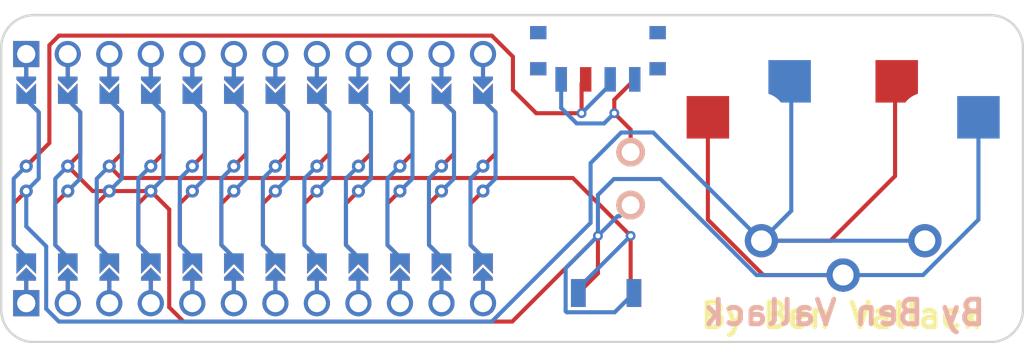
<source format=kicad_pcb>
(kicad_pcb (version 20171130) (host pcbnew "(5.1.10-1-10_14)")

  (general
    (thickness 1.6)
    (drawings 10)
    (tracks 75)
    (zones 0)
    (modules 10)
    (nets 24)
  )

  (page A3)
  (title_block
    (title KEYBOARD_NAME_HERE)
    (rev VERSION_HERE)
    (company YOUR_NAME_HERE)
  )

  (layers
    (0 F.Cu signal)
    (31 B.Cu signal)
    (32 B.Adhes user)
    (33 F.Adhes user)
    (34 B.Paste user)
    (35 F.Paste user)
    (36 B.SilkS user)
    (37 F.SilkS user)
    (38 B.Mask user)
    (39 F.Mask user)
    (40 Dwgs.User user)
    (41 Cmts.User user)
    (42 Eco1.User user)
    (43 Eco2.User user)
    (44 Edge.Cuts user)
    (45 Margin user)
    (46 B.CrtYd user)
    (47 F.CrtYd user)
    (48 B.Fab user)
    (49 F.Fab user)
  )

  (setup
    (last_trace_width 0.25)
    (trace_clearance 0.2)
    (zone_clearance 0.508)
    (zone_45_only no)
    (trace_min 0.2)
    (via_size 0.8)
    (via_drill 0.4)
    (via_min_size 0.4)
    (via_min_drill 0.3)
    (uvia_size 0.3)
    (uvia_drill 0.1)
    (uvias_allowed no)
    (uvia_min_size 0.2)
    (uvia_min_drill 0.1)
    (edge_width 0.05)
    (segment_width 0.2)
    (pcb_text_width 0.3)
    (pcb_text_size 1.5 1.5)
    (mod_edge_width 0.12)
    (mod_text_size 1 1)
    (mod_text_width 0.15)
    (pad_size 1.524 1.524)
    (pad_drill 0.762)
    (pad_to_mask_clearance 0.05)
    (aux_axis_origin 0 0)
    (visible_elements FFFFFF7F)
    (pcbplotparams
      (layerselection 0x010fc_ffffffff)
      (usegerberextensions false)
      (usegerberattributes true)
      (usegerberadvancedattributes true)
      (creategerberjobfile true)
      (excludeedgelayer true)
      (linewidth 0.100000)
      (plotframeref false)
      (viasonmask false)
      (mode 1)
      (useauxorigin false)
      (hpglpennumber 1)
      (hpglpenspeed 20)
      (hpglpendiameter 15.000000)
      (psnegative false)
      (psa4output false)
      (plotreference true)
      (plotvalue true)
      (plotinvisibletext false)
      (padsonsilk false)
      (subtractmaskfromsilk false)
      (outputformat 1)
      (mirror false)
      (drillshape 0)
      (scaleselection 1)
      (outputdirectory "1april"))
  )

  (net 0 "")
  (net 1 P1)
  (net 2 GND)
  (net 3 RAW)
  (net 4 RST)
  (net 5 VCC)
  (net 6 P21)
  (net 7 P20)
  (net 8 P19)
  (net 9 P18)
  (net 10 P15)
  (net 11 P14)
  (net 12 P16)
  (net 13 P10)
  (net 14 P0)
  (net 15 P2)
  (net 16 P3)
  (net 17 P4)
  (net 18 P5)
  (net 19 P6)
  (net 20 P7)
  (net 21 P8)
  (net 22 P9)
  (net 23 pos)

  (net_class Default "This is the default net class."
    (clearance 0.2)
    (trace_width 0.25)
    (via_dia 0.8)
    (via_drill 0.4)
    (uvia_dia 0.3)
    (uvia_drill 0.1)
    (add_net GND)
    (add_net P0)
    (add_net P1)
    (add_net P10)
    (add_net P14)
    (add_net P15)
    (add_net P16)
    (add_net P18)
    (add_net P19)
    (add_net P2)
    (add_net P20)
    (add_net P21)
    (add_net P3)
    (add_net P4)
    (add_net P5)
    (add_net P6)
    (add_net P7)
    (add_net P8)
    (add_net P9)
    (add_net RAW)
    (add_net RST)
    (add_net VCC)
    (add_net pos)
  )

  (module PG1350 (layer F.Cu) (tedit 5DD50112) (tstamp 0)
    (at 0 0)
    (fp_text reference S1 (at 0 0) (layer F.SilkS) hide
      (effects (font (size 1.27 1.27) (thickness 0.15)))
    )
    (fp_text value "" (at 0 0) (layer F.SilkS) hide
      (effects (font (size 1.27 1.27) (thickness 0.15)))
    )
    (fp_line (start -9 8.5) (end -9 -8.5) (layer Dwgs.User) (width 0.15))
    (fp_line (start 9 8.5) (end -9 8.5) (layer Dwgs.User) (width 0.15))
    (fp_line (start 9 -8.5) (end 9 8.5) (layer Dwgs.User) (width 0.15))
    (fp_line (start -9 -8.5) (end 9 -8.5) (layer Dwgs.User) (width 0.15))
    (fp_line (start 7 -7) (end 7 -6) (layer Dwgs.User) (width 0.15))
    (fp_line (start 6 7) (end 7 7) (layer Dwgs.User) (width 0.15))
    (fp_line (start 7 -7) (end 6 -7) (layer Dwgs.User) (width 0.15))
    (fp_line (start 7 6) (end 7 7) (layer Dwgs.User) (width 0.15))
    (fp_line (start -7 7) (end -7 6) (layer Dwgs.User) (width 0.15))
    (fp_line (start -6 -7) (end -7 -7) (layer Dwgs.User) (width 0.15))
    (fp_line (start -7 7) (end -6 7) (layer Dwgs.User) (width 0.15))
    (fp_line (start -7 -6) (end -7 -7) (layer Dwgs.User) (width 0.15))
    (pad "" np_thru_hole circle (at 0 0) (size 3.429 3.429) (drill 3.429) (layers *.Cu *.Mask))
    (pad "" np_thru_hole circle (at 5.5 0) (size 1.7018 1.7018) (drill 1.7018) (layers *.Cu *.Mask))
    (pad "" np_thru_hole circle (at -5.5 0) (size 1.7018 1.7018) (drill 1.7018) (layers *.Cu *.Mask))
    (pad "" np_thru_hole circle (at 5 -3.75) (size 3 3) (drill 3) (layers *.Cu *.Mask))
    (pad "" np_thru_hole circle (at 0 -5.95) (size 3 3) (drill 3) (layers *.Cu *.Mask))
    (pad 1 smd rect (at -3.275 -5.95) (size 2.6 2.6) (layers B.Cu B.Paste B.Mask)
      (net 1 P1))
    (pad 2 smd rect (at 8.275 -3.75) (size 2.6 2.6) (layers B.Cu B.Paste B.Mask)
      (net 2 GND))
    (pad "" np_thru_hole circle (at -5 -3.75) (size 3 3) (drill 3) (layers *.Cu *.Mask))
    (pad "" np_thru_hole circle (at 0 -5.95) (size 3 3) (drill 3) (layers *.Cu *.Mask))
    (pad 1 smd rect (at 3.275 -5.95) (size 2.6 2.6) (layers F.Cu F.Paste F.Mask)
      (net 1 P1))
    (pad 2 smd rect (at -8.275 -3.75) (size 2.6 2.6) (layers F.Cu F.Paste F.Mask)
      (net 2 GND))
  )

  (module PG1350 (layer F.Cu) (tedit 5DD50112) (tstamp 0)
    (at 0 0 180)
    (fp_text reference S2 (at 0 0) (layer F.SilkS) hide
      (effects (font (size 1.27 1.27) (thickness 0.15)))
    )
    (fp_text value "" (at 0 0) (layer F.SilkS) hide
      (effects (font (size 1.27 1.27) (thickness 0.15)))
    )
    (fp_line (start -9 8.5) (end -9 -8.5) (layer Dwgs.User) (width 0.15))
    (fp_line (start 9 8.5) (end -9 8.5) (layer Dwgs.User) (width 0.15))
    (fp_line (start 9 -8.5) (end 9 8.5) (layer Dwgs.User) (width 0.15))
    (fp_line (start -9 -8.5) (end 9 -8.5) (layer Dwgs.User) (width 0.15))
    (fp_line (start 7 -7) (end 7 -6) (layer Dwgs.User) (width 0.15))
    (fp_line (start 6 7) (end 7 7) (layer Dwgs.User) (width 0.15))
    (fp_line (start 7 -7) (end 6 -7) (layer Dwgs.User) (width 0.15))
    (fp_line (start 7 6) (end 7 7) (layer Dwgs.User) (width 0.15))
    (fp_line (start -7 7) (end -7 6) (layer Dwgs.User) (width 0.15))
    (fp_line (start -6 -7) (end -7 -7) (layer Dwgs.User) (width 0.15))
    (fp_line (start -7 7) (end -6 7) (layer Dwgs.User) (width 0.15))
    (fp_line (start -7 -6) (end -7 -7) (layer Dwgs.User) (width 0.15))
    (pad "" np_thru_hole circle (at 0 0) (size 3.429 3.429) (drill 3.429) (layers *.Cu *.Mask))
    (pad "" np_thru_hole circle (at 5.5 0) (size 1.7018 1.7018) (drill 1.7018) (layers *.Cu *.Mask))
    (pad "" np_thru_hole circle (at -5.5 0) (size 1.7018 1.7018) (drill 1.7018) (layers *.Cu *.Mask))
    (pad 1 thru_hole circle (at 5 -3.8) (size 2.032 2.032) (drill 1.27) (layers *.Cu *.Mask)
      (net 1 P1))
    (pad 2 thru_hole circle (at 0 -5.9) (size 2.032 2.032) (drill 1.27) (layers *.Cu *.Mask)
      (net 2 GND))
    (pad 1 thru_hole circle (at -5 -3.8) (size 2.032 2.032) (drill 1.27) (layers *.Cu *.Mask)
      (net 1 P1))
    (pad 2 thru_hole circle (at 0 -5.9) (size 2.032 2.032) (drill 1.27) (layers *.Cu *.Mask)
      (net 2 GND))
  )

  (module ProMicro (layer F.Cu) (tedit 6135B927) (tstamp 0)
    (at -36 0)
    (descr "Solder-jumper reversible Pro Micro footprint")
    (tags "promicro ProMicro reversible solder jumper")
    (fp_text reference "" (at 0 0) (layer F.SilkS)
      (effects (font (size 1.27 1.27) (thickness 0.15)))
    )
    (fp_text value "" (at 0 0) (layer F.SilkS)
      (effects (font (size 1.27 1.27) (thickness 0.15)))
    )
    (fp_poly (pts (xy -14.478 5.08) (xy -13.462 5.08) (xy -13.462 6.096) (xy -14.478 6.096)) (layer F.Mask) (width 0.1))
    (fp_poly (pts (xy -11.938 5.08) (xy -10.922 5.08) (xy -10.922 6.096) (xy -11.938 6.096)) (layer F.Mask) (width 0.1))
    (fp_poly (pts (xy -9.398 5.08) (xy -8.382 5.08) (xy -8.382 6.096) (xy -9.398 6.096)) (layer F.Mask) (width 0.1))
    (fp_poly (pts (xy -6.858 5.08) (xy -5.842 5.08) (xy -5.842 6.096) (xy -6.858 6.096)) (layer F.Mask) (width 0.1))
    (fp_poly (pts (xy -4.318 5.08) (xy -3.302 5.08) (xy -3.302 6.096) (xy -4.318 6.096)) (layer F.Mask) (width 0.1))
    (fp_poly (pts (xy -1.778 5.08) (xy -0.762 5.08) (xy -0.762 6.096) (xy -1.778 6.096)) (layer F.Mask) (width 0.1))
    (fp_poly (pts (xy 0.762 5.08) (xy 1.778 5.08) (xy 1.778 6.096) (xy 0.762 6.096)) (layer F.Mask) (width 0.1))
    (fp_poly (pts (xy 3.302 5.08) (xy 4.318 5.08) (xy 4.318 6.096) (xy 3.302 6.096)) (layer F.Mask) (width 0.1))
    (fp_poly (pts (xy 5.842 5.08) (xy 6.858 5.08) (xy 6.858 6.096) (xy 5.842 6.096)) (layer F.Mask) (width 0.1))
    (fp_poly (pts (xy 8.382 5.08) (xy 9.398 5.08) (xy 9.398 6.096) (xy 8.382 6.096)) (layer F.Mask) (width 0.1))
    (fp_poly (pts (xy 10.922 5.08) (xy 11.938 5.08) (xy 11.938 6.096) (xy 10.922 6.096)) (layer F.Mask) (width 0.1))
    (fp_poly (pts (xy 13.462 5.08) (xy 14.478 5.08) (xy 14.478 6.096) (xy 13.462 6.096)) (layer F.Mask) (width 0.1))
    (fp_poly (pts (xy 14.478 -5.08) (xy 13.462 -5.08) (xy 13.462 -6.096) (xy 14.478 -6.096)) (layer F.Mask) (width 0.1))
    (fp_poly (pts (xy 9.398 -5.08) (xy 8.382 -5.08) (xy 8.382 -6.096) (xy 9.398 -6.096)) (layer F.Mask) (width 0.1))
    (fp_poly (pts (xy 4.318 -5.08) (xy 3.302 -5.08) (xy 3.302 -6.096) (xy 4.318 -6.096)) (layer F.Mask) (width 0.1))
    (fp_poly (pts (xy -5.842 -5.08) (xy -6.858 -5.08) (xy -6.858 -6.096) (xy -5.842 -6.096)) (layer F.Mask) (width 0.1))
    (fp_poly (pts (xy 11.938 -5.08) (xy 10.922 -5.08) (xy 10.922 -6.096) (xy 11.938 -6.096)) (layer F.Mask) (width 0.1))
    (fp_poly (pts (xy 6.858 -5.08) (xy 5.842 -5.08) (xy 5.842 -6.096) (xy 6.858 -6.096)) (layer F.Mask) (width 0.1))
    (fp_poly (pts (xy -0.762 -5.08) (xy -1.778 -5.08) (xy -1.778 -6.096) (xy -0.762 -6.096)) (layer F.Mask) (width 0.1))
    (fp_poly (pts (xy -3.302 -5.08) (xy -4.318 -5.08) (xy -4.318 -6.096) (xy -3.302 -6.096)) (layer F.Mask) (width 0.1))
    (fp_poly (pts (xy -8.382 -5.08) (xy -9.398 -5.08) (xy -9.398 -6.096) (xy -8.382 -6.096)) (layer F.Mask) (width 0.1))
    (fp_poly (pts (xy -10.922 -5.08) (xy -11.938 -5.08) (xy -11.938 -6.096) (xy -10.922 -6.096)) (layer F.Mask) (width 0.1))
    (fp_poly (pts (xy 1.778 -5.08) (xy 0.762 -5.08) (xy 0.762 -6.096) (xy 1.778 -6.096)) (layer F.Mask) (width 0.1))
    (fp_poly (pts (xy -13.462 -5.08) (xy -14.478 -5.08) (xy -14.478 -6.096) (xy -13.462 -6.096)) (layer F.Mask) (width 0.1))
    (fp_poly (pts (xy -14.478 5.08) (xy -13.462 5.08) (xy -13.462 6.096) (xy -14.478 6.096)) (layer B.Mask) (width 0.1))
    (fp_poly (pts (xy -11.938 5.08) (xy -10.922 5.08) (xy -10.922 6.096) (xy -11.938 6.096)) (layer B.Mask) (width 0.1))
    (fp_poly (pts (xy -9.398 5.08) (xy -8.382 5.08) (xy -8.382 6.096) (xy -9.398 6.096)) (layer B.Mask) (width 0.1))
    (fp_poly (pts (xy -6.858 5.08) (xy -5.842 5.08) (xy -5.842 6.096) (xy -6.858 6.096)) (layer B.Mask) (width 0.1))
    (fp_poly (pts (xy -4.318 5.08) (xy -3.302 5.08) (xy -3.302 6.096) (xy -4.318 6.096)) (layer B.Mask) (width 0.1))
    (fp_poly (pts (xy -1.778 5.08) (xy -0.762 5.08) (xy -0.762 6.096) (xy -1.778 6.096)) (layer B.Mask) (width 0.1))
    (fp_poly (pts (xy 0.762 5.08) (xy 1.778 5.08) (xy 1.778 6.096) (xy 0.762 6.096)) (layer B.Mask) (width 0.1))
    (fp_poly (pts (xy 3.302 5.08) (xy 4.318 5.08) (xy 4.318 6.096) (xy 3.302 6.096)) (layer B.Mask) (width 0.1))
    (fp_poly (pts (xy 5.842 5.08) (xy 6.858 5.08) (xy 6.858 6.096) (xy 5.842 6.096)) (layer B.Mask) (width 0.1))
    (fp_poly (pts (xy 8.382 5.08) (xy 9.398 5.08) (xy 9.398 6.096) (xy 8.382 6.096)) (layer B.Mask) (width 0.1))
    (fp_poly (pts (xy 10.922 5.08) (xy 11.938 5.08) (xy 11.938 6.096) (xy 10.922 6.096)) (layer B.Mask) (width 0.1))
    (fp_poly (pts (xy 13.462 5.08) (xy 14.478 5.08) (xy 14.478 6.096) (xy 13.462 6.096)) (layer B.Mask) (width 0.1))
    (fp_poly (pts (xy -13.462 -5.08) (xy -14.478 -5.08) (xy -14.478 -6.096) (xy -13.462 -6.096)) (layer B.Mask) (width 0.1))
    (fp_poly (pts (xy -10.922 -5.08) (xy -11.938 -5.08) (xy -11.938 -6.096) (xy -10.922 -6.096)) (layer B.Mask) (width 0.1))
    (fp_poly (pts (xy -8.382 -5.08) (xy -9.398 -5.08) (xy -9.398 -6.096) (xy -8.382 -6.096)) (layer B.Mask) (width 0.1))
    (fp_poly (pts (xy -5.842 -5.08) (xy -6.858 -5.08) (xy -6.858 -6.096) (xy -5.842 -6.096)) (layer B.Mask) (width 0.1))
    (fp_poly (pts (xy -3.302 -5.08) (xy -4.318 -5.08) (xy -4.318 -6.096) (xy -3.302 -6.096)) (layer B.Mask) (width 0.1))
    (fp_poly (pts (xy -0.762 -5.08) (xy -1.778 -5.08) (xy -1.778 -6.096) (xy -0.762 -6.096)) (layer B.Mask) (width 0.1))
    (fp_poly (pts (xy 1.778 -5.08) (xy 0.762 -5.08) (xy 0.762 -6.096) (xy 1.778 -6.096)) (layer B.Mask) (width 0.1))
    (fp_poly (pts (xy 4.318 -5.08) (xy 3.302 -5.08) (xy 3.302 -6.096) (xy 4.318 -6.096)) (layer B.Mask) (width 0.1))
    (fp_poly (pts (xy 6.858 -5.08) (xy 5.842 -5.08) (xy 5.842 -6.096) (xy 6.858 -6.096)) (layer B.Mask) (width 0.1))
    (fp_poly (pts (xy 9.398 -5.08) (xy 8.382 -5.08) (xy 8.382 -6.096) (xy 9.398 -6.096)) (layer B.Mask) (width 0.1))
    (fp_poly (pts (xy 11.938 -5.08) (xy 10.922 -5.08) (xy 10.922 -6.096) (xy 11.938 -6.096)) (layer B.Mask) (width 0.1))
    (fp_poly (pts (xy 14.478 -5.08) (xy 13.462 -5.08) (xy 13.462 -6.096) (xy 14.478 -6.096)) (layer B.Mask) (width 0.1))
    (fp_circle (center -13.97 -0.762) (end -13.845 -0.762) (layer F.Mask) (width 0.25))
    (fp_circle (center -13.97 -0.762) (end -13.845 -0.762) (layer B.Mask) (width 0.25))
    (fp_circle (center -13.97 0.762) (end -13.845 0.762) (layer F.Mask) (width 0.25))
    (fp_circle (center -13.97 0.762) (end -13.845 0.762) (layer B.Mask) (width 0.25))
    (fp_circle (center -11.43 0.762) (end -11.305 0.762) (layer F.Mask) (width 0.25))
    (fp_circle (center -11.43 0.762) (end -11.305 0.762) (layer B.Mask) (width 0.25))
    (fp_circle (center -11.43 -0.762) (end -11.305 -0.762) (layer F.Mask) (width 0.25))
    (fp_circle (center -11.43 -0.762) (end -11.305 -0.762) (layer B.Mask) (width 0.25))
    (fp_circle (center -8.89 -0.762) (end -8.765 -0.762) (layer F.Mask) (width 0.25))
    (fp_circle (center -8.89 -0.762) (end -8.765 -0.762) (layer B.Mask) (width 0.25))
    (fp_circle (center -8.89 0.762) (end -8.765 0.762) (layer F.Mask) (width 0.25))
    (fp_circle (center -8.89 0.762) (end -8.765 0.762) (layer B.Mask) (width 0.25))
    (fp_circle (center -6.35 -0.762) (end -6.225 -0.762) (layer F.Mask) (width 0.25))
    (fp_circle (center -6.35 -0.762) (end -6.225 -0.762) (layer B.Mask) (width 0.25))
    (fp_circle (center -6.35 0.762) (end -6.225 0.762) (layer F.Mask) (width 0.25))
    (fp_circle (center -6.35 0.762) (end -6.225 0.762) (layer B.Mask) (width 0.25))
    (fp_circle (center -3.81 -0.762) (end -3.685 -0.762) (layer F.Mask) (width 0.25))
    (fp_circle (center -3.81 -0.762) (end -3.685 -0.762) (layer B.Mask) (width 0.25))
    (fp_circle (center -3.81 0.762) (end -3.685 0.762) (layer F.Mask) (width 0.25))
    (fp_circle (center -3.81 0.762) (end -3.685 0.762) (layer B.Mask) (width 0.25))
    (fp_circle (center -1.27 -0.762) (end -1.145 -0.762) (layer F.Mask) (width 0.25))
    (fp_circle (center -1.27 -0.762) (end -1.145 -0.762) (layer B.Mask) (width 0.25))
    (fp_circle (center -1.27 0.762) (end -1.145 0.762) (layer F.Mask) (width 0.25))
    (fp_circle (center -1.27 0.762) (end -1.145 0.762) (layer B.Mask) (width 0.25))
    (fp_circle (center 1.27 -0.762) (end 1.395 -0.762) (layer F.Mask) (width 0.25))
    (fp_circle (center 1.27 -0.762) (end 1.395 -0.762) (layer B.Mask) (width 0.25))
    (fp_circle (center 1.27 0.762) (end 1.395 0.762) (layer F.Mask) (width 0.25))
    (fp_circle (center 1.27 0.762) (end 1.395 0.762) (layer B.Mask) (width 0.25))
    (fp_circle (center 3.81 -0.762) (end 3.935 -0.762) (layer F.Mask) (width 0.25))
    (fp_circle (center 3.81 -0.762) (end 3.935 -0.762) (layer B.Mask) (width 0.25))
    (fp_circle (center 3.81 0.762) (end 3.935 0.762) (layer F.Mask) (width 0.25))
    (fp_circle (center 3.81 0.762) (end 3.935 0.762) (layer B.Mask) (width 0.25))
    (fp_circle (center 6.35 -0.762) (end 6.475 -0.762) (layer F.Mask) (width 0.25))
    (fp_circle (center 6.35 -0.762) (end 6.475 -0.762) (layer B.Mask) (width 0.25))
    (fp_circle (center 6.35 0.762) (end 6.475 0.762) (layer F.Mask) (width 0.25))
    (fp_circle (center 6.35 0.762) (end 6.475 0.762) (layer B.Mask) (width 0.25))
    (fp_circle (center 8.89 -0.762) (end 9.015 -0.762) (layer F.Mask) (width 0.25))
    (fp_circle (center 8.89 -0.762) (end 9.015 -0.762) (layer B.Mask) (width 0.25))
    (fp_circle (center 8.89 0.762) (end 9.015 0.762) (layer F.Mask) (width 0.25))
    (fp_circle (center 8.89 0.762) (end 9.015 0.762) (layer B.Mask) (width 0.25))
    (fp_circle (center 11.43 -0.762) (end 11.555 -0.762) (layer F.Mask) (width 0.25))
    (fp_circle (center 11.43 -0.762) (end 11.555 -0.762) (layer B.Mask) (width 0.25))
    (fp_circle (center 11.43 0.762) (end 11.555 0.762) (layer F.Mask) (width 0.25))
    (fp_circle (center 11.43 0.762) (end 11.555 0.762) (layer B.Mask) (width 0.25))
    (fp_circle (center 13.97 -0.762) (end 14.095 -0.762) (layer F.Mask) (width 0.25))
    (fp_circle (center 13.97 -0.762) (end 14.095 -0.762) (layer B.Mask) (width 0.25))
    (fp_circle (center 13.97 0.762) (end 14.095 0.762) (layer F.Mask) (width 0.25))
    (fp_circle (center 13.97 0.762) (end 14.095 0.762) (layer B.Mask) (width 0.25))
    (pad 2 smd custom (at -11.43 -0.762) (size 0.25 0.25) (layers F.Cu)
      (net 2 GND) (zone_connect 0)
      (options (clearance outline) (anchor circle))
      (primitives
        (gr_line (start 0 0) (end 0.766 -0.766) (width 0.25))
        (gr_line (start 0.766 -0.766) (end 0.766 -3.298) (width 0.25))
        (gr_line (start 0.766 -3.298) (end 0 -4.064) (width 0.25))
      ))
    (pad "" thru_hole circle (at -13.97 7.62) (size 1.6 1.6) (drill 1.1) (layers *.Cu *.Mask)
      (zone_connect 0))
    (pad "" thru_hole circle (at -11.43 7.62) (size 1.6 1.6) (drill 1.1) (layers *.Cu *.Mask))
    (pad "" thru_hole circle (at -8.89 7.62) (size 1.6 1.6) (drill 1.1) (layers *.Cu *.Mask))
    (pad "" thru_hole circle (at -6.35 7.62) (size 1.6 1.6) (drill 1.1) (layers *.Cu *.Mask))
    (pad "" thru_hole circle (at -3.81 7.62) (size 1.6 1.6) (drill 1.1) (layers *.Cu *.Mask))
    (pad "" thru_hole circle (at -1.27 7.62) (size 1.6 1.6) (drill 1.1) (layers *.Cu *.Mask))
    (pad "" thru_hole circle (at 1.27 7.62) (size 1.6 1.6) (drill 1.1) (layers *.Cu *.Mask))
    (pad "" thru_hole circle (at 3.81 7.62) (size 1.6 1.6) (drill 1.1) (layers *.Cu *.Mask))
    (pad "" thru_hole circle (at 6.35 7.62) (size 1.6 1.6) (drill 1.1) (layers *.Cu *.Mask))
    (pad "" thru_hole circle (at 8.89 7.62) (size 1.6 1.6) (drill 1.1) (layers *.Cu *.Mask))
    (pad "" thru_hole circle (at 11.43 7.62) (size 1.6 1.6) (drill 1.1) (layers *.Cu *.Mask))
    (pad "" thru_hole circle (at 13.97 7.62) (size 1.6 1.6) (drill 1.1) (layers *.Cu *.Mask))
    (pad "" thru_hole circle (at 13.97 -7.62) (size 1.6 1.6) (drill 1.1) (layers *.Cu *.Mask))
    (pad "" thru_hole circle (at 11.43 -7.62) (size 1.6 1.6) (drill 1.1) (layers *.Cu *.Mask))
    (pad "" thru_hole circle (at 8.89 -7.62) (size 1.6 1.6) (drill 1.1) (layers *.Cu *.Mask))
    (pad "" thru_hole circle (at 6.35 -7.62) (size 1.6 1.6) (drill 1.1) (layers *.Cu *.Mask))
    (pad "" thru_hole circle (at 3.81 -7.62) (size 1.6 1.6) (drill 1.1) (layers *.Cu *.Mask))
    (pad "" thru_hole circle (at 1.27 -7.62) (size 1.6 1.6) (drill 1.1) (layers *.Cu *.Mask))
    (pad "" thru_hole circle (at -1.27 -7.62) (size 1.6 1.6) (drill 1.1) (layers *.Cu *.Mask))
    (pad "" thru_hole circle (at -3.81 -7.62) (size 1.6 1.6) (drill 1.1) (layers *.Cu *.Mask))
    (pad "" thru_hole circle (at -6.35 -7.62) (size 1.6 1.6) (drill 1.1) (layers *.Cu *.Mask))
    (pad "" thru_hole circle (at -8.89 -7.62) (size 1.6 1.6) (drill 1.1) (layers *.Cu *.Mask))
    (pad "" thru_hole circle (at -11.43 -7.62) (size 1.6 1.6) (drill 1.1) (layers *.Cu *.Mask))
    (pad "" thru_hole circle (at -13.97 -7.62) (size 1.6 1.6) (drill 1.1) (layers *.Cu *.Mask))
    (pad "" smd custom (at -13.97 5.842 180) (size 0.1 0.1) (layers F.Cu F.Mask)
      (clearance 0.1) (zone_connect 0)
      (options (clearance outline) (anchor rect))
      (primitives
        (gr_poly (pts
           (xy 0.6 -0.4) (xy -0.6 -0.4) (xy -0.6 -0.2) (xy 0 0.4) (xy 0.6 -0.2)
) (width 0))
      ))
    (pad 24 smd custom (at -13.97 4.826 180) (size 1.2 0.5) (layers F.Cu F.Mask)
      (net 1 P1) (clearance 0.1) (zone_connect 0)
      (options (clearance outline) (anchor rect))
      (primitives
        (gr_poly (pts
           (xy 0.6 0) (xy -0.6 0) (xy -0.6 -1) (xy 0 -0.4) (xy 0.6 -1)
) (width 0))
      ))
    (pad "" smd custom (at -13.97 6.35 180) (size 0.25 1) (layers F.Cu)
      (zone_connect 0)
      (options (clearance outline) (anchor rect))
      (primitives
      ))
    (pad "" thru_hole rect (at -13.97 7.62) (size 1.6 1.6) (drill 1.1) (layers F.Cu F.Mask)
      (zone_connect 0))
    (pad "" thru_hole rect (at -13.97 -7.62) (size 1.6 1.6) (drill 1.1) (layers B.Cu B.Mask)
      (zone_connect 0))
    (pad "" smd custom (at -11.43 6.35 180) (size 0.25 1) (layers F.Cu)
      (zone_connect 0)
      (options (clearance outline) (anchor rect))
      (primitives
      ))
    (pad "" smd custom (at -11.43 5.842 180) (size 0.1 0.1) (layers F.Cu F.Mask)
      (clearance 0.1) (zone_connect 0)
      (options (clearance outline) (anchor rect))
      (primitives
        (gr_poly (pts
           (xy 0.6 -0.4) (xy -0.6 -0.4) (xy -0.6 -0.2) (xy 0 0.4) (xy 0.6 -0.2)
) (width 0))
      ))
    (pad 23 smd custom (at -11.43 4.826 180) (size 1.2 0.5) (layers F.Cu F.Mask)
      (net 14 P0) (clearance 0.1) (zone_connect 0)
      (options (clearance outline) (anchor rect))
      (primitives
        (gr_poly (pts
           (xy 0.6 0) (xy -0.6 0) (xy -0.6 -1) (xy 0 -0.4) (xy 0.6 -1)
) (width 0))
      ))
    (pad "" smd custom (at -8.89 6.35 180) (size 0.25 1) (layers F.Cu)
      (zone_connect 0)
      (options (clearance outline) (anchor rect))
      (primitives
      ))
    (pad "" smd custom (at -8.89 5.842 180) (size 0.1 0.1) (layers F.Cu F.Mask)
      (clearance 0.1) (zone_connect 0)
      (options (clearance outline) (anchor rect))
      (primitives
        (gr_poly (pts
           (xy 0.6 -0.4) (xy -0.6 -0.4) (xy -0.6 -0.2) (xy 0 0.4) (xy 0.6 -0.2)
) (width 0))
      ))
    (pad 22 smd custom (at -8.89 4.826 180) (size 1.2 0.5) (layers F.Cu F.Mask)
      (net 2 GND) (clearance 0.1) (zone_connect 0)
      (options (clearance outline) (anchor rect))
      (primitives
        (gr_poly (pts
           (xy 0.6 0) (xy -0.6 0) (xy -0.6 -1) (xy 0 -0.4) (xy 0.6 -1)
) (width 0))
      ))
    (pad "" smd custom (at -6.35 6.35 180) (size 0.25 1) (layers F.Cu)
      (zone_connect 0)
      (options (clearance outline) (anchor rect))
      (primitives
      ))
    (pad "" smd custom (at -6.35 5.842 180) (size 0.1 0.1) (layers F.Cu F.Mask)
      (clearance 0.1) (zone_connect 0)
      (options (clearance outline) (anchor rect))
      (primitives
        (gr_poly (pts
           (xy 0.6 -0.4) (xy -0.6 -0.4) (xy -0.6 -0.2) (xy 0 0.4) (xy 0.6 -0.2)
) (width 0))
      ))
    (pad 21 smd custom (at -6.35 4.826 180) (size 1.2 0.5) (layers F.Cu F.Mask)
      (net 2 GND) (clearance 0.1) (zone_connect 0)
      (options (clearance outline) (anchor rect))
      (primitives
        (gr_poly (pts
           (xy 0.6 0) (xy -0.6 0) (xy -0.6 -1) (xy 0 -0.4) (xy 0.6 -1)
) (width 0))
      ))
    (pad "" smd custom (at -3.81 6.35 180) (size 0.25 1) (layers F.Cu)
      (zone_connect 0)
      (options (clearance outline) (anchor rect))
      (primitives
      ))
    (pad "" smd custom (at -3.81 5.842 180) (size 0.1 0.1) (layers F.Cu F.Mask)
      (clearance 0.1) (zone_connect 0)
      (options (clearance outline) (anchor rect))
      (primitives
        (gr_poly (pts
           (xy 0.6 -0.4) (xy -0.6 -0.4) (xy -0.6 -0.2) (xy 0 0.4) (xy 0.6 -0.2)
) (width 0))
      ))
    (pad 20 smd custom (at -3.81 4.826 180) (size 1.2 0.5) (layers F.Cu F.Mask)
      (net 15 P2) (clearance 0.1) (zone_connect 0)
      (options (clearance outline) (anchor rect))
      (primitives
        (gr_poly (pts
           (xy 0.6 0) (xy -0.6 0) (xy -0.6 -1) (xy 0 -0.4) (xy 0.6 -1)
) (width 0))
      ))
    (pad "" smd custom (at -1.27 6.35 180) (size 0.25 1) (layers F.Cu)
      (zone_connect 0)
      (options (clearance outline) (anchor rect))
      (primitives
      ))
    (pad "" smd custom (at -1.27 5.842 180) (size 0.1 0.1) (layers F.Cu F.Mask)
      (clearance 0.1) (zone_connect 0)
      (options (clearance outline) (anchor rect))
      (primitives
        (gr_poly (pts
           (xy 0.6 -0.4) (xy -0.6 -0.4) (xy -0.6 -0.2) (xy 0 0.4) (xy 0.6 -0.2)
) (width 0))
      ))
    (pad 19 smd custom (at -1.27 4.826 180) (size 1.2 0.5) (layers F.Cu F.Mask)
      (net 16 P3) (clearance 0.1) (zone_connect 0)
      (options (clearance outline) (anchor rect))
      (primitives
        (gr_poly (pts
           (xy 0.6 0) (xy -0.6 0) (xy -0.6 -1) (xy 0 -0.4) (xy 0.6 -1)
) (width 0))
      ))
    (pad "" smd custom (at 1.27 6.35 180) (size 0.25 1) (layers F.Cu)
      (zone_connect 0)
      (options (clearance outline) (anchor rect))
      (primitives
      ))
    (pad "" smd custom (at 1.27 5.842 180) (size 0.1 0.1) (layers F.Cu F.Mask)
      (clearance 0.1) (zone_connect 0)
      (options (clearance outline) (anchor rect))
      (primitives
        (gr_poly (pts
           (xy 0.6 -0.4) (xy -0.6 -0.4) (xy -0.6 -0.2) (xy 0 0.4) (xy 0.6 -0.2)
) (width 0))
      ))
    (pad 18 smd custom (at 1.27 4.826 180) (size 1.2 0.5) (layers F.Cu F.Mask)
      (net 17 P4) (clearance 0.1) (zone_connect 0)
      (options (clearance outline) (anchor rect))
      (primitives
        (gr_poly (pts
           (xy 0.6 0) (xy -0.6 0) (xy -0.6 -1) (xy 0 -0.4) (xy 0.6 -1)
) (width 0))
      ))
    (pad "" smd custom (at 3.81 6.35 180) (size 0.25 1) (layers F.Cu)
      (zone_connect 0)
      (options (clearance outline) (anchor rect))
      (primitives
      ))
    (pad "" smd custom (at 3.81 5.842 180) (size 0.1 0.1) (layers F.Cu F.Mask)
      (clearance 0.1) (zone_connect 0)
      (options (clearance outline) (anchor rect))
      (primitives
        (gr_poly (pts
           (xy 0.6 -0.4) (xy -0.6 -0.4) (xy -0.6 -0.2) (xy 0 0.4) (xy 0.6 -0.2)
) (width 0))
      ))
    (pad 17 smd custom (at 3.81 4.826 180) (size 1.2 0.5) (layers F.Cu F.Mask)
      (net 18 P5) (clearance 0.1) (zone_connect 0)
      (options (clearance outline) (anchor rect))
      (primitives
        (gr_poly (pts
           (xy 0.6 0) (xy -0.6 0) (xy -0.6 -1) (xy 0 -0.4) (xy 0.6 -1)
) (width 0))
      ))
    (pad "" smd custom (at 6.35 6.35 180) (size 0.25 1) (layers F.Cu)
      (zone_connect 0)
      (options (clearance outline) (anchor rect))
      (primitives
      ))
    (pad "" smd custom (at 6.35 5.842 180) (size 0.1 0.1) (layers F.Cu F.Mask)
      (clearance 0.1) (zone_connect 0)
      (options (clearance outline) (anchor rect))
      (primitives
        (gr_poly (pts
           (xy 0.6 -0.4) (xy -0.6 -0.4) (xy -0.6 -0.2) (xy 0 0.4) (xy 0.6 -0.2)
) (width 0))
      ))
    (pad 16 smd custom (at 6.35 4.826 180) (size 1.2 0.5) (layers F.Cu F.Mask)
      (net 19 P6) (clearance 0.1) (zone_connect 0)
      (options (clearance outline) (anchor rect))
      (primitives
        (gr_poly (pts
           (xy 0.6 0) (xy -0.6 0) (xy -0.6 -1) (xy 0 -0.4) (xy 0.6 -1)
) (width 0))
      ))
    (pad "" smd custom (at 8.89 6.35 180) (size 0.25 1) (layers F.Cu)
      (zone_connect 0)
      (options (clearance outline) (anchor rect))
      (primitives
      ))
    (pad "" smd custom (at 8.89 5.842 180) (size 0.1 0.1) (layers F.Cu F.Mask)
      (clearance 0.1) (zone_connect 0)
      (options (clearance outline) (anchor rect))
      (primitives
        (gr_poly (pts
           (xy 0.6 -0.4) (xy -0.6 -0.4) (xy -0.6 -0.2) (xy 0 0.4) (xy 0.6 -0.2)
) (width 0))
      ))
    (pad 15 smd custom (at 8.89 4.826 180) (size 1.2 0.5) (layers F.Cu F.Mask)
      (net 20 P7) (clearance 0.1) (zone_connect 0)
      (options (clearance outline) (anchor rect))
      (primitives
        (gr_poly (pts
           (xy 0.6 0) (xy -0.6 0) (xy -0.6 -1) (xy 0 -0.4) (xy 0.6 -1)
) (width 0))
      ))
    (pad "" smd custom (at 11.43 6.35 180) (size 0.25 1) (layers F.Cu)
      (zone_connect 0)
      (options (clearance outline) (anchor rect))
      (primitives
      ))
    (pad "" smd custom (at 11.43 5.842 180) (size 0.1 0.1) (layers F.Cu F.Mask)
      (clearance 0.1) (zone_connect 0)
      (options (clearance outline) (anchor rect))
      (primitives
        (gr_poly (pts
           (xy 0.6 -0.4) (xy -0.6 -0.4) (xy -0.6 -0.2) (xy 0 0.4) (xy 0.6 -0.2)
) (width 0))
      ))
    (pad 14 smd custom (at 11.43 4.826 180) (size 1.2 0.5) (layers F.Cu F.Mask)
      (net 21 P8) (clearance 0.1) (zone_connect 0)
      (options (clearance outline) (anchor rect))
      (primitives
        (gr_poly (pts
           (xy 0.6 0) (xy -0.6 0) (xy -0.6 -1) (xy 0 -0.4) (xy 0.6 -1)
) (width 0))
      ))
    (pad "" smd custom (at 13.97 6.35 180) (size 0.25 1) (layers F.Cu)
      (zone_connect 0)
      (options (clearance outline) (anchor rect))
      (primitives
      ))
    (pad "" smd custom (at 13.97 5.842 180) (size 0.1 0.1) (layers F.Cu F.Mask)
      (clearance 0.1) (zone_connect 0)
      (options (clearance outline) (anchor rect))
      (primitives
        (gr_poly (pts
           (xy 0.6 -0.4) (xy -0.6 -0.4) (xy -0.6 -0.2) (xy 0 0.4) (xy 0.6 -0.2)
) (width 0))
      ))
    (pad 13 smd custom (at 13.97 4.826 180) (size 1.2 0.5) (layers F.Cu F.Mask)
      (net 22 P9) (clearance 0.1) (zone_connect 0)
      (options (clearance outline) (anchor rect))
      (primitives
        (gr_poly (pts
           (xy 0.6 0) (xy -0.6 0) (xy -0.6 -1) (xy 0 -0.4) (xy 0.6 -1)
) (width 0))
      ))
    (pad 1 smd custom (at -13.97 -4.826) (size 1.2 0.5) (layers F.Cu F.Mask)
      (net 3 RAW) (clearance 0.1) (zone_connect 0)
      (options (clearance outline) (anchor rect))
      (primitives
        (gr_poly (pts
           (xy 0.6 0) (xy -0.6 0) (xy -0.6 -1) (xy 0 -0.4) (xy 0.6 -1)
) (width 0))
      ))
    (pad 3 smd custom (at -8.89 -4.826) (size 1.2 0.5) (layers F.Cu F.Mask)
      (net 4 RST) (clearance 0.1) (zone_connect 0)
      (options (clearance outline) (anchor rect))
      (primitives
        (gr_poly (pts
           (xy 0.6 0) (xy -0.6 0) (xy -0.6 -1) (xy 0 -0.4) (xy 0.6 -1)
) (width 0))
      ))
    (pad "" smd custom (at -8.89 -6.35) (size 0.25 1) (layers F.Cu)
      (zone_connect 0)
      (options (clearance outline) (anchor rect))
      (primitives
      ))
    (pad "" smd custom (at -8.89 -5.842) (size 0.1 0.1) (layers F.Cu F.Mask)
      (clearance 0.1) (zone_connect 0)
      (options (clearance outline) (anchor rect))
      (primitives
        (gr_poly (pts
           (xy 0.6 -0.4) (xy -0.6 -0.4) (xy -0.6 -0.2) (xy 0 0.4) (xy 0.6 -0.2)
) (width 0))
      ))
    (pad "" smd custom (at -13.97 -5.842) (size 0.1 0.1) (layers F.Cu F.Mask)
      (clearance 0.1) (zone_connect 0)
      (options (clearance outline) (anchor rect))
      (primitives
        (gr_poly (pts
           (xy 0.6 -0.4) (xy -0.6 -0.4) (xy -0.6 -0.2) (xy 0 0.4) (xy 0.6 -0.2)
) (width 0))
      ))
    (pad "" smd custom (at -11.43 -6.35) (size 0.25 1) (layers F.Cu)
      (zone_connect 0)
      (options (clearance outline) (anchor rect))
      (primitives
      ))
    (pad 2 smd custom (at -11.43 -4.826) (size 1.2 0.5) (layers F.Cu F.Mask)
      (net 2 GND) (clearance 0.1) (zone_connect 0)
      (options (clearance outline) (anchor rect))
      (primitives
        (gr_poly (pts
           (xy 0.6 0) (xy -0.6 0) (xy -0.6 -1) (xy 0 -0.4) (xy 0.6 -1)
) (width 0))
      ))
    (pad "" smd custom (at -13.97 -6.35) (size 0.25 1) (layers F.Cu)
      (zone_connect 0)
      (options (clearance outline) (anchor rect))
      (primitives
      ))
    (pad 4 smd custom (at -6.35 -4.826) (size 1.2 0.5) (layers F.Cu F.Mask)
      (net 5 VCC) (clearance 0.1) (zone_connect 0)
      (options (clearance outline) (anchor rect))
      (primitives
        (gr_poly (pts
           (xy 0.6 0) (xy -0.6 0) (xy -0.6 -1) (xy 0 -0.4) (xy 0.6 -1)
) (width 0))
      ))
    (pad "" smd custom (at -11.43 -5.842) (size 0.1 0.1) (layers F.Cu F.Mask)
      (clearance 0.1) (zone_connect 0)
      (options (clearance outline) (anchor rect))
      (primitives
        (gr_poly (pts
           (xy 0.6 -0.4) (xy -0.6 -0.4) (xy -0.6 -0.2) (xy 0 0.4) (xy 0.6 -0.2)
) (width 0))
      ))
    (pad "" smd custom (at -6.35 -5.842) (size 0.1 0.1) (layers F.Cu F.Mask)
      (clearance 0.1) (zone_connect 0)
      (options (clearance outline) (anchor rect))
      (primitives
        (gr_poly (pts
           (xy 0.6 -0.4) (xy -0.6 -0.4) (xy -0.6 -0.2) (xy 0 0.4) (xy 0.6 -0.2)
) (width 0))
      ))
    (pad 6 smd custom (at -1.27 -4.826) (size 1.2 0.5) (layers F.Cu F.Mask)
      (net 7 P20) (clearance 0.1) (zone_connect 0)
      (options (clearance outline) (anchor rect))
      (primitives
        (gr_poly (pts
           (xy 0.6 0) (xy -0.6 0) (xy -0.6 -1) (xy 0 -0.4) (xy 0.6 -1)
) (width 0))
      ))
    (pad 7 smd custom (at 1.27 -4.826) (size 1.2 0.5) (layers F.Cu F.Mask)
      (net 8 P19) (clearance 0.1) (zone_connect 0)
      (options (clearance outline) (anchor rect))
      (primitives
        (gr_poly (pts
           (xy 0.6 0) (xy -0.6 0) (xy -0.6 -1) (xy 0 -0.4) (xy 0.6 -1)
) (width 0))
      ))
    (pad "" smd custom (at 13.97 -6.35) (size 0.25 1) (layers F.Cu)
      (zone_connect 0)
      (options (clearance outline) (anchor rect))
      (primitives
      ))
    (pad "" smd custom (at 1.27 -5.842) (size 0.1 0.1) (layers F.Cu F.Mask)
      (clearance 0.1) (zone_connect 0)
      (options (clearance outline) (anchor rect))
      (primitives
        (gr_poly (pts
           (xy 0.6 -0.4) (xy -0.6 -0.4) (xy -0.6 -0.2) (xy 0 0.4) (xy 0.6 -0.2)
) (width 0))
      ))
    (pad "" smd custom (at 8.89 -6.35) (size 0.25 1) (layers F.Cu)
      (zone_connect 0)
      (options (clearance outline) (anchor rect))
      (primitives
      ))
    (pad 8 smd custom (at 3.81 -4.826) (size 1.2 0.5) (layers F.Cu F.Mask)
      (net 9 P18) (clearance 0.1) (zone_connect 0)
      (options (clearance outline) (anchor rect))
      (primitives
        (gr_poly (pts
           (xy 0.6 0) (xy -0.6 0) (xy -0.6 -1) (xy 0 -0.4) (xy 0.6 -1)
) (width 0))
      ))
    (pad "" smd custom (at 1.27 -6.35) (size 0.25 1) (layers F.Cu)
      (zone_connect 0)
      (options (clearance outline) (anchor rect))
      (primitives
      ))
    (pad 12 smd custom (at 13.97 -4.826) (size 1.2 0.5) (layers F.Cu F.Mask)
      (net 13 P10) (clearance 0.1) (zone_connect 0)
      (options (clearance outline) (anchor rect))
      (primitives
        (gr_poly (pts
           (xy 0.6 0) (xy -0.6 0) (xy -0.6 -1) (xy 0 -0.4) (xy 0.6 -1)
) (width 0))
      ))
    (pad "" smd custom (at 3.81 -5.842) (size 0.1 0.1) (layers F.Cu F.Mask)
      (clearance 0.1) (zone_connect 0)
      (options (clearance outline) (anchor rect))
      (primitives
        (gr_poly (pts
           (xy 0.6 -0.4) (xy -0.6 -0.4) (xy -0.6 -0.2) (xy 0 0.4) (xy 0.6 -0.2)
) (width 0))
      ))
    (pad "" smd custom (at 6.35 -6.35) (size 0.25 1) (layers F.Cu)
      (zone_connect 0)
      (options (clearance outline) (anchor rect))
      (primitives
      ))
    (pad "" smd custom (at 13.97 -5.842) (size 0.1 0.1) (layers F.Cu F.Mask)
      (clearance 0.1) (zone_connect 0)
      (options (clearance outline) (anchor rect))
      (primitives
        (gr_poly (pts
           (xy 0.6 -0.4) (xy -0.6 -0.4) (xy -0.6 -0.2) (xy 0 0.4) (xy 0.6 -0.2)
) (width 0))
      ))
    (pad "" smd custom (at -3.81 -6.35) (size 0.25 1) (layers F.Cu)
      (zone_connect 0)
      (options (clearance outline) (anchor rect))
      (primitives
      ))
    (pad "" smd custom (at 3.81 -6.35) (size 0.25 1) (layers F.Cu)
      (zone_connect 0)
      (options (clearance outline) (anchor rect))
      (primitives
      ))
    (pad "" smd custom (at -1.27 -6.35) (size 0.25 1) (layers F.Cu)
      (zone_connect 0)
      (options (clearance outline) (anchor rect))
      (primitives
      ))
    (pad 9 smd custom (at 6.35 -4.826) (size 1.2 0.5) (layers F.Cu F.Mask)
      (net 10 P15) (clearance 0.1) (zone_connect 0)
      (options (clearance outline) (anchor rect))
      (primitives
        (gr_poly (pts
           (xy 0.6 0) (xy -0.6 0) (xy -0.6 -1) (xy 0 -0.4) (xy 0.6 -1)
) (width 0))
      ))
    (pad "" smd custom (at -6.35 -6.35) (size 0.25 1) (layers F.Cu)
      (zone_connect 0)
      (options (clearance outline) (anchor rect))
      (primitives
      ))
    (pad "" smd custom (at -3.81 -5.842) (size 0.1 0.1) (layers F.Cu F.Mask)
      (clearance 0.1) (zone_connect 0)
      (options (clearance outline) (anchor rect))
      (primitives
        (gr_poly (pts
           (xy 0.6 -0.4) (xy -0.6 -0.4) (xy -0.6 -0.2) (xy 0 0.4) (xy 0.6 -0.2)
) (width 0))
      ))
    (pad "" smd custom (at -1.27 -5.842) (size 0.1 0.1) (layers F.Cu F.Mask)
      (clearance 0.1) (zone_connect 0)
      (options (clearance outline) (anchor rect))
      (primitives
        (gr_poly (pts
           (xy 0.6 -0.4) (xy -0.6 -0.4) (xy -0.6 -0.2) (xy 0 0.4) (xy 0.6 -0.2)
) (width 0))
      ))
    (pad "" smd custom (at 6.35 -5.842) (size 0.1 0.1) (layers F.Cu F.Mask)
      (clearance 0.1) (zone_connect 0)
      (options (clearance outline) (anchor rect))
      (primitives
        (gr_poly (pts
           (xy 0.6 -0.4) (xy -0.6 -0.4) (xy -0.6 -0.2) (xy 0 0.4) (xy 0.6 -0.2)
) (width 0))
      ))
    (pad 10 smd custom (at 8.89 -4.826) (size 1.2 0.5) (layers F.Cu F.Mask)
      (net 11 P14) (clearance 0.1) (zone_connect 0)
      (options (clearance outline) (anchor rect))
      (primitives
        (gr_poly (pts
           (xy 0.6 0) (xy -0.6 0) (xy -0.6 -1) (xy 0 -0.4) (xy 0.6 -1)
) (width 0))
      ))
    (pad "" smd custom (at 8.89 -5.842) (size 0.1 0.1) (layers F.Cu F.Mask)
      (clearance 0.1) (zone_connect 0)
      (options (clearance outline) (anchor rect))
      (primitives
        (gr_poly (pts
           (xy 0.6 -0.4) (xy -0.6 -0.4) (xy -0.6 -0.2) (xy 0 0.4) (xy 0.6 -0.2)
) (width 0))
      ))
    (pad "" smd custom (at 11.43 -5.842) (size 0.1 0.1) (layers F.Cu F.Mask)
      (clearance 0.1) (zone_connect 0)
      (options (clearance outline) (anchor rect))
      (primitives
        (gr_poly (pts
           (xy 0.6 -0.4) (xy -0.6 -0.4) (xy -0.6 -0.2) (xy 0 0.4) (xy 0.6 -0.2)
) (width 0))
      ))
    (pad 11 smd custom (at 11.43 -4.826) (size 1.2 0.5) (layers F.Cu F.Mask)
      (net 12 P16) (clearance 0.1) (zone_connect 0)
      (options (clearance outline) (anchor rect))
      (primitives
        (gr_poly (pts
           (xy 0.6 0) (xy -0.6 0) (xy -0.6 -1) (xy 0 -0.4) (xy 0.6 -1)
) (width 0))
      ))
    (pad "" smd custom (at 11.43 -6.35) (size 0.25 1) (layers F.Cu)
      (zone_connect 0)
      (options (clearance outline) (anchor rect))
      (primitives
      ))
    (pad 5 smd custom (at -3.81 -4.826) (size 1.2 0.5) (layers F.Cu F.Mask)
      (net 6 P21) (clearance 0.1) (zone_connect 0)
      (options (clearance outline) (anchor rect))
      (primitives
        (gr_poly (pts
           (xy 0.6 0) (xy -0.6 0) (xy -0.6 -1) (xy 0 -0.4) (xy 0.6 -1)
) (width 0))
      ))
    (pad "" smd custom (at -13.97 6.35 180) (size 0.25 1) (layers B.Cu)
      (zone_connect 0)
      (options (clearance outline) (anchor rect))
      (primitives
      ))
    (pad 1 smd custom (at -13.97 4.826 180) (size 1.2 0.5) (layers B.Cu B.Mask)
      (net 3 RAW) (clearance 0.1) (zone_connect 0)
      (options (clearance outline) (anchor rect))
      (primitives
        (gr_poly (pts
           (xy 0.6 0) (xy -0.6 0) (xy -0.6 -1) (xy 0 -0.4) (xy 0.6 -1)
) (width 0))
      ))
    (pad "" smd custom (at -13.97 5.842 180) (size 0.1 0.1) (layers B.Cu B.Mask)
      (clearance 0.1) (zone_connect 0)
      (options (clearance outline) (anchor rect))
      (primitives
        (gr_poly (pts
           (xy 0.6 -0.4) (xy -0.6 -0.4) (xy -0.6 -0.2) (xy 0 0.4) (xy 0.6 -0.2)
) (width 0))
      ))
    (pad "" smd custom (at -11.43 6.35 180) (size 0.25 1) (layers B.Cu)
      (zone_connect 0)
      (options (clearance outline) (anchor rect))
      (primitives
      ))
    (pad "" smd custom (at -11.43 5.842 180) (size 0.1 0.1) (layers B.Cu B.Mask)
      (clearance 0.1) (zone_connect 0)
      (options (clearance outline) (anchor rect))
      (primitives
        (gr_poly (pts
           (xy 0.6 -0.4) (xy -0.6 -0.4) (xy -0.6 -0.2) (xy 0 0.4) (xy 0.6 -0.2)
) (width 0))
      ))
    (pad 2 smd custom (at -11.43 4.826 180) (size 1.2 0.5) (layers B.Cu B.Mask)
      (clearance 0.1) (zone_connect 0)
      (options (clearance outline) (anchor rect))
      (primitives
        (gr_poly (pts
           (xy 0.6 0) (xy -0.6 0) (xy -0.6 -1) (xy 0 -0.4) (xy 0.6 -1)
) (width 0))
      ))
    (pad "" smd custom (at -8.89 6.35 180) (size 0.25 1) (layers B.Cu)
      (zone_connect 0)
      (options (clearance outline) (anchor rect))
      (primitives
      ))
    (pad "" smd custom (at -8.89 5.842 180) (size 0.1 0.1) (layers B.Cu B.Mask)
      (clearance 0.1) (zone_connect 0)
      (options (clearance outline) (anchor rect))
      (primitives
        (gr_poly (pts
           (xy 0.6 -0.4) (xy -0.6 -0.4) (xy -0.6 -0.2) (xy 0 0.4) (xy 0.6 -0.2)
) (width 0))
      ))
    (pad 3 smd custom (at -8.89 4.826 180) (size 1.2 0.5) (layers B.Cu B.Mask)
      (net 4 RST) (clearance 0.1) (zone_connect 0)
      (options (clearance outline) (anchor rect))
      (primitives
        (gr_poly (pts
           (xy 0.6 0) (xy -0.6 0) (xy -0.6 -1) (xy 0 -0.4) (xy 0.6 -1)
) (width 0))
      ))
    (pad "" smd custom (at -6.35 6.35 180) (size 0.25 1) (layers B.Cu)
      (zone_connect 0)
      (options (clearance outline) (anchor rect))
      (primitives
      ))
    (pad "" smd custom (at -6.35 5.842 180) (size 0.1 0.1) (layers B.Cu B.Mask)
      (clearance 0.1) (zone_connect 0)
      (options (clearance outline) (anchor rect))
      (primitives
        (gr_poly (pts
           (xy 0.6 -0.4) (xy -0.6 -0.4) (xy -0.6 -0.2) (xy 0 0.4) (xy 0.6 -0.2)
) (width 0))
      ))
    (pad 4 smd custom (at -6.35 4.826 180) (size 1.2 0.5) (layers B.Cu B.Mask)
      (net 5 VCC) (clearance 0.1) (zone_connect 0)
      (options (clearance outline) (anchor rect))
      (primitives
        (gr_poly (pts
           (xy 0.6 0) (xy -0.6 0) (xy -0.6 -1) (xy 0 -0.4) (xy 0.6 -1)
) (width 0))
      ))
    (pad "" smd custom (at -3.81 6.35 180) (size 0.25 1) (layers B.Cu)
      (zone_connect 0)
      (options (clearance outline) (anchor rect))
      (primitives
      ))
    (pad "" smd custom (at -3.81 5.842 180) (size 0.1 0.1) (layers B.Cu B.Mask)
      (clearance 0.1) (zone_connect 0)
      (options (clearance outline) (anchor rect))
      (primitives
        (gr_poly (pts
           (xy 0.6 -0.4) (xy -0.6 -0.4) (xy -0.6 -0.2) (xy 0 0.4) (xy 0.6 -0.2)
) (width 0))
      ))
    (pad 5 smd custom (at -3.81 4.826 180) (size 1.2 0.5) (layers B.Cu B.Mask)
      (net 6 P21) (clearance 0.1) (zone_connect 0)
      (options (clearance outline) (anchor rect))
      (primitives
        (gr_poly (pts
           (xy 0.6 0) (xy -0.6 0) (xy -0.6 -1) (xy 0 -0.4) (xy 0.6 -1)
) (width 0))
      ))
    (pad "" smd custom (at -1.27 6.35 180) (size 0.25 1) (layers B.Cu)
      (zone_connect 0)
      (options (clearance outline) (anchor rect))
      (primitives
      ))
    (pad "" smd custom (at -1.27 5.842 180) (size 0.1 0.1) (layers B.Cu B.Mask)
      (clearance 0.1) (zone_connect 0)
      (options (clearance outline) (anchor rect))
      (primitives
        (gr_poly (pts
           (xy 0.6 -0.4) (xy -0.6 -0.4) (xy -0.6 -0.2) (xy 0 0.4) (xy 0.6 -0.2)
) (width 0))
      ))
    (pad 6 smd custom (at -1.27 4.826 180) (size 1.2 0.5) (layers B.Cu B.Mask)
      (net 7 P20) (clearance 0.1) (zone_connect 0)
      (options (clearance outline) (anchor rect))
      (primitives
        (gr_poly (pts
           (xy 0.6 0) (xy -0.6 0) (xy -0.6 -1) (xy 0 -0.4) (xy 0.6 -1)
) (width 0))
      ))
    (pad "" smd custom (at 1.27 6.35 180) (size 0.25 1) (layers B.Cu)
      (zone_connect 0)
      (options (clearance outline) (anchor rect))
      (primitives
      ))
    (pad "" smd custom (at 1.27 5.842 180) (size 0.1 0.1) (layers B.Cu B.Mask)
      (clearance 0.1) (zone_connect 0)
      (options (clearance outline) (anchor rect))
      (primitives
        (gr_poly (pts
           (xy 0.6 -0.4) (xy -0.6 -0.4) (xy -0.6 -0.2) (xy 0 0.4) (xy 0.6 -0.2)
) (width 0))
      ))
    (pad 7 smd custom (at 1.27 4.826 180) (size 1.2 0.5) (layers B.Cu B.Mask)
      (net 8 P19) (clearance 0.1) (zone_connect 0)
      (options (clearance outline) (anchor rect))
      (primitives
        (gr_poly (pts
           (xy 0.6 0) (xy -0.6 0) (xy -0.6 -1) (xy 0 -0.4) (xy 0.6 -1)
) (width 0))
      ))
    (pad "" smd custom (at 3.81 6.35 180) (size 0.25 1) (layers B.Cu)
      (zone_connect 0)
      (options (clearance outline) (anchor rect))
      (primitives
      ))
    (pad "" smd custom (at 3.81 5.842 180) (size 0.1 0.1) (layers B.Cu B.Mask)
      (clearance 0.1) (zone_connect 0)
      (options (clearance outline) (anchor rect))
      (primitives
        (gr_poly (pts
           (xy 0.6 -0.4) (xy -0.6 -0.4) (xy -0.6 -0.2) (xy 0 0.4) (xy 0.6 -0.2)
) (width 0))
      ))
    (pad 8 smd custom (at 3.81 4.826 180) (size 1.2 0.5) (layers B.Cu B.Mask)
      (net 9 P18) (clearance 0.1) (zone_connect 0)
      (options (clearance outline) (anchor rect))
      (primitives
        (gr_poly (pts
           (xy 0.6 0) (xy -0.6 0) (xy -0.6 -1) (xy 0 -0.4) (xy 0.6 -1)
) (width 0))
      ))
    (pad "" smd custom (at 6.35 6.35 180) (size 0.25 1) (layers B.Cu)
      (zone_connect 0)
      (options (clearance outline) (anchor rect))
      (primitives
      ))
    (pad "" smd custom (at 6.35 5.842 180) (size 0.1 0.1) (layers B.Cu B.Mask)
      (clearance 0.1) (zone_connect 0)
      (options (clearance outline) (anchor rect))
      (primitives
        (gr_poly (pts
           (xy 0.6 -0.4) (xy -0.6 -0.4) (xy -0.6 -0.2) (xy 0 0.4) (xy 0.6 -0.2)
) (width 0))
      ))
    (pad 9 smd custom (at 6.35 4.826 180) (size 1.2 0.5) (layers B.Cu B.Mask)
      (net 10 P15) (clearance 0.1) (zone_connect 0)
      (options (clearance outline) (anchor rect))
      (primitives
        (gr_poly (pts
           (xy 0.6 0) (xy -0.6 0) (xy -0.6 -1) (xy 0 -0.4) (xy 0.6 -1)
) (width 0))
      ))
    (pad "" smd custom (at 8.89 6.35 180) (size 0.25 1) (layers B.Cu)
      (zone_connect 0)
      (options (clearance outline) (anchor rect))
      (primitives
      ))
    (pad "" smd custom (at 8.89 5.842 180) (size 0.1 0.1) (layers B.Cu B.Mask)
      (clearance 0.1) (zone_connect 0)
      (options (clearance outline) (anchor rect))
      (primitives
        (gr_poly (pts
           (xy 0.6 -0.4) (xy -0.6 -0.4) (xy -0.6 -0.2) (xy 0 0.4) (xy 0.6 -0.2)
) (width 0))
      ))
    (pad 10 smd custom (at 8.89 4.826 180) (size 1.2 0.5) (layers B.Cu B.Mask)
      (net 11 P14) (clearance 0.1) (zone_connect 0)
      (options (clearance outline) (anchor rect))
      (primitives
        (gr_poly (pts
           (xy 0.6 0) (xy -0.6 0) (xy -0.6 -1) (xy 0 -0.4) (xy 0.6 -1)
) (width 0))
      ))
    (pad "" smd custom (at 11.43 6.35 180) (size 0.25 1) (layers B.Cu)
      (zone_connect 0)
      (options (clearance outline) (anchor rect))
      (primitives
      ))
    (pad "" smd custom (at 11.43 5.842 180) (size 0.1 0.1) (layers B.Cu B.Mask)
      (clearance 0.1) (zone_connect 0)
      (options (clearance outline) (anchor rect))
      (primitives
        (gr_poly (pts
           (xy 0.6 -0.4) (xy -0.6 -0.4) (xy -0.6 -0.2) (xy 0 0.4) (xy 0.6 -0.2)
) (width 0))
      ))
    (pad 11 smd custom (at 11.43 4.826 180) (size 1.2 0.5) (layers B.Cu B.Mask)
      (net 12 P16) (clearance 0.1) (zone_connect 0)
      (options (clearance outline) (anchor rect))
      (primitives
        (gr_poly (pts
           (xy 0.6 0) (xy -0.6 0) (xy -0.6 -1) (xy 0 -0.4) (xy 0.6 -1)
) (width 0))
      ))
    (pad "" smd custom (at 13.97 6.35 180) (size 0.25 1) (layers B.Cu)
      (zone_connect 0)
      (options (clearance outline) (anchor rect))
      (primitives
      ))
    (pad "" smd custom (at 13.97 5.842 180) (size 0.1 0.1) (layers B.Cu B.Mask)
      (clearance 0.1) (zone_connect 0)
      (options (clearance outline) (anchor rect))
      (primitives
        (gr_poly (pts
           (xy 0.6 -0.4) (xy -0.6 -0.4) (xy -0.6 -0.2) (xy 0 0.4) (xy 0.6 -0.2)
) (width 0))
      ))
    (pad 12 smd custom (at 13.97 4.826 180) (size 1.2 0.5) (layers B.Cu B.Mask)
      (net 13 P10) (clearance 0.1) (zone_connect 0)
      (options (clearance outline) (anchor rect))
      (primitives
        (gr_poly (pts
           (xy 0.6 0) (xy -0.6 0) (xy -0.6 -1) (xy 0 -0.4) (xy 0.6 -1)
) (width 0))
      ))
    (pad "" smd custom (at -13.97 -6.35) (size 0.25 1) (layers B.Cu)
      (zone_connect 0)
      (options (clearance outline) (anchor rect))
      (primitives
      ))
    (pad "" smd custom (at -13.97 -5.842) (size 0.1 0.1) (layers B.Cu B.Mask)
      (clearance 0.1) (zone_connect 0)
      (options (clearance outline) (anchor rect))
      (primitives
        (gr_poly (pts
           (xy 0.6 -0.4) (xy -0.6 -0.4) (xy -0.6 -0.2) (xy 0 0.4) (xy 0.6 -0.2)
) (width 0))
      ))
    (pad 24 smd custom (at -13.97 -4.826) (size 1.2 0.5) (layers B.Cu B.Mask)
      (net 1 P1) (clearance 0.1) (zone_connect 0)
      (options (clearance outline) (anchor rect))
      (primitives
        (gr_poly (pts
           (xy 0.6 0) (xy -0.6 0) (xy -0.6 -1) (xy 0 -0.4) (xy 0.6 -1)
) (width 0))
      ))
    (pad 23 smd custom (at -11.43 -4.826) (size 1.2 0.5) (layers B.Cu B.Mask)
      (net 14 P0) (clearance 0.1) (zone_connect 0)
      (options (clearance outline) (anchor rect))
      (primitives
        (gr_poly (pts
           (xy 0.6 0) (xy -0.6 0) (xy -0.6 -1) (xy 0 -0.4) (xy 0.6 -1)
) (width 0))
      ))
    (pad "" smd custom (at -11.43 -6.35) (size 0.25 1) (layers B.Cu)
      (zone_connect 0)
      (options (clearance outline) (anchor rect))
      (primitives
      ))
    (pad "" smd custom (at -11.43 -5.842) (size 0.1 0.1) (layers B.Cu B.Mask)
      (clearance 0.1) (zone_connect 0)
      (options (clearance outline) (anchor rect))
      (primitives
        (gr_poly (pts
           (xy 0.6 -0.4) (xy -0.6 -0.4) (xy -0.6 -0.2) (xy 0 0.4) (xy 0.6 -0.2)
) (width 0))
      ))
    (pad 22 smd custom (at -8.89 -4.826) (size 1.2 0.5) (layers B.Cu B.Mask)
      (net 2 GND) (clearance 0.1) (zone_connect 0)
      (options (clearance outline) (anchor rect))
      (primitives
        (gr_poly (pts
           (xy 0.6 0) (xy -0.6 0) (xy -0.6 -1) (xy 0 -0.4) (xy 0.6 -1)
) (width 0))
      ))
    (pad "" smd custom (at -8.89 -6.35) (size 0.25 1) (layers B.Cu)
      (zone_connect 0)
      (options (clearance outline) (anchor rect))
      (primitives
      ))
    (pad "" smd custom (at -8.89 -5.842) (size 0.1 0.1) (layers B.Cu B.Mask)
      (clearance 0.1) (zone_connect 0)
      (options (clearance outline) (anchor rect))
      (primitives
        (gr_poly (pts
           (xy 0.6 -0.4) (xy -0.6 -0.4) (xy -0.6 -0.2) (xy 0 0.4) (xy 0.6 -0.2)
) (width 0))
      ))
    (pad 21 smd custom (at -6.35 -4.826) (size 1.2 0.5) (layers B.Cu B.Mask)
      (net 2 GND) (clearance 0.1) (zone_connect 0)
      (options (clearance outline) (anchor rect))
      (primitives
        (gr_poly (pts
           (xy 0.6 0) (xy -0.6 0) (xy -0.6 -1) (xy 0 -0.4) (xy 0.6 -1)
) (width 0))
      ))
    (pad "" smd custom (at -6.35 -6.35) (size 0.25 1) (layers B.Cu)
      (zone_connect 0)
      (options (clearance outline) (anchor rect))
      (primitives
      ))
    (pad "" smd custom (at -6.35 -5.842) (size 0.1 0.1) (layers B.Cu B.Mask)
      (clearance 0.1) (zone_connect 0)
      (options (clearance outline) (anchor rect))
      (primitives
        (gr_poly (pts
           (xy 0.6 -0.4) (xy -0.6 -0.4) (xy -0.6 -0.2) (xy 0 0.4) (xy 0.6 -0.2)
) (width 0))
      ))
    (pad 20 smd custom (at -3.81 -4.826) (size 1.2 0.5) (layers B.Cu B.Mask)
      (net 15 P2) (clearance 0.1) (zone_connect 0)
      (options (clearance outline) (anchor rect))
      (primitives
        (gr_poly (pts
           (xy 0.6 0) (xy -0.6 0) (xy -0.6 -1) (xy 0 -0.4) (xy 0.6 -1)
) (width 0))
      ))
    (pad "" smd custom (at -3.81 -6.35) (size 0.25 1) (layers B.Cu)
      (zone_connect 0)
      (options (clearance outline) (anchor rect))
      (primitives
      ))
    (pad "" smd custom (at -3.81 -5.842) (size 0.1 0.1) (layers B.Cu B.Mask)
      (clearance 0.1) (zone_connect 0)
      (options (clearance outline) (anchor rect))
      (primitives
        (gr_poly (pts
           (xy 0.6 -0.4) (xy -0.6 -0.4) (xy -0.6 -0.2) (xy 0 0.4) (xy 0.6 -0.2)
) (width 0))
      ))
    (pad 19 smd custom (at -1.27 -4.826) (size 1.2 0.5) (layers B.Cu B.Mask)
      (net 16 P3) (clearance 0.1) (zone_connect 0)
      (options (clearance outline) (anchor rect))
      (primitives
        (gr_poly (pts
           (xy 0.6 0) (xy -0.6 0) (xy -0.6 -1) (xy 0 -0.4) (xy 0.6 -1)
) (width 0))
      ))
    (pad "" smd custom (at -1.27 -6.35) (size 0.25 1) (layers B.Cu)
      (zone_connect 0)
      (options (clearance outline) (anchor rect))
      (primitives
      ))
    (pad "" smd custom (at -1.27 -5.842) (size 0.1 0.1) (layers B.Cu B.Mask)
      (clearance 0.1) (zone_connect 0)
      (options (clearance outline) (anchor rect))
      (primitives
        (gr_poly (pts
           (xy 0.6 -0.4) (xy -0.6 -0.4) (xy -0.6 -0.2) (xy 0 0.4) (xy 0.6 -0.2)
) (width 0))
      ))
    (pad 18 smd custom (at 1.27 -4.826) (size 1.2 0.5) (layers B.Cu B.Mask)
      (net 17 P4) (clearance 0.1) (zone_connect 0)
      (options (clearance outline) (anchor rect))
      (primitives
        (gr_poly (pts
           (xy 0.6 0) (xy -0.6 0) (xy -0.6 -1) (xy 0 -0.4) (xy 0.6 -1)
) (width 0))
      ))
    (pad "" smd custom (at 1.27 -6.35) (size 0.25 1) (layers B.Cu)
      (zone_connect 0)
      (options (clearance outline) (anchor rect))
      (primitives
      ))
    (pad "" smd custom (at 1.27 -5.842) (size 0.1 0.1) (layers B.Cu B.Mask)
      (clearance 0.1) (zone_connect 0)
      (options (clearance outline) (anchor rect))
      (primitives
        (gr_poly (pts
           (xy 0.6 -0.4) (xy -0.6 -0.4) (xy -0.6 -0.2) (xy 0 0.4) (xy 0.6 -0.2)
) (width 0))
      ))
    (pad 17 smd custom (at 3.81 -4.826) (size 1.2 0.5) (layers B.Cu B.Mask)
      (net 18 P5) (clearance 0.1) (zone_connect 0)
      (options (clearance outline) (anchor rect))
      (primitives
        (gr_poly (pts
           (xy 0.6 0) (xy -0.6 0) (xy -0.6 -1) (xy 0 -0.4) (xy 0.6 -1)
) (width 0))
      ))
    (pad "" smd custom (at 3.81 -6.35) (size 0.25 1) (layers B.Cu)
      (zone_connect 0)
      (options (clearance outline) (anchor rect))
      (primitives
      ))
    (pad "" smd custom (at 3.81 -5.842) (size 0.1 0.1) (layers B.Cu B.Mask)
      (clearance 0.1) (zone_connect 0)
      (options (clearance outline) (anchor rect))
      (primitives
        (gr_poly (pts
           (xy 0.6 -0.4) (xy -0.6 -0.4) (xy -0.6 -0.2) (xy 0 0.4) (xy 0.6 -0.2)
) (width 0))
      ))
    (pad 16 smd custom (at 6.35 -4.826) (size 1.2 0.5) (layers B.Cu B.Mask)
      (net 19 P6) (clearance 0.1) (zone_connect 0)
      (options (clearance outline) (anchor rect))
      (primitives
        (gr_poly (pts
           (xy 0.6 0) (xy -0.6 0) (xy -0.6 -1) (xy 0 -0.4) (xy 0.6 -1)
) (width 0))
      ))
    (pad "" smd custom (at 6.35 -6.35) (size 0.25 1) (layers B.Cu)
      (zone_connect 0)
      (options (clearance outline) (anchor rect))
      (primitives
      ))
    (pad "" smd custom (at 6.35 -5.842) (size 0.1 0.1) (layers B.Cu B.Mask)
      (clearance 0.1) (zone_connect 0)
      (options (clearance outline) (anchor rect))
      (primitives
        (gr_poly (pts
           (xy 0.6 -0.4) (xy -0.6 -0.4) (xy -0.6 -0.2) (xy 0 0.4) (xy 0.6 -0.2)
) (width 0))
      ))
    (pad 15 smd custom (at 8.89 -4.826) (size 1.2 0.5) (layers B.Cu B.Mask)
      (net 20 P7) (clearance 0.1) (zone_connect 0)
      (options (clearance outline) (anchor rect))
      (primitives
        (gr_poly (pts
           (xy 0.6 0) (xy -0.6 0) (xy -0.6 -1) (xy 0 -0.4) (xy 0.6 -1)
) (width 0))
      ))
    (pad "" smd custom (at 8.89 -6.35) (size 0.25 1) (layers B.Cu)
      (zone_connect 0)
      (options (clearance outline) (anchor rect))
      (primitives
      ))
    (pad "" smd custom (at 8.89 -5.842) (size 0.1 0.1) (layers B.Cu B.Mask)
      (clearance 0.1) (zone_connect 0)
      (options (clearance outline) (anchor rect))
      (primitives
        (gr_poly (pts
           (xy 0.6 -0.4) (xy -0.6 -0.4) (xy -0.6 -0.2) (xy 0 0.4) (xy 0.6 -0.2)
) (width 0))
      ))
    (pad 14 smd custom (at 11.43 -4.826) (size 1.2 0.5) (layers B.Cu B.Mask)
      (net 21 P8) (clearance 0.1) (zone_connect 0)
      (options (clearance outline) (anchor rect))
      (primitives
        (gr_poly (pts
           (xy 0.6 0) (xy -0.6 0) (xy -0.6 -1) (xy 0 -0.4) (xy 0.6 -1)
) (width 0))
      ))
    (pad "" smd custom (at 11.43 -6.35) (size 0.25 1) (layers B.Cu)
      (zone_connect 0)
      (options (clearance outline) (anchor rect))
      (primitives
      ))
    (pad "" smd custom (at 11.43 -5.842) (size 0.1 0.1) (layers B.Cu B.Mask)
      (clearance 0.1) (zone_connect 0)
      (options (clearance outline) (anchor rect))
      (primitives
        (gr_poly (pts
           (xy 0.6 -0.4) (xy -0.6 -0.4) (xy -0.6 -0.2) (xy 0 0.4) (xy 0.6 -0.2)
) (width 0))
      ))
    (pad 13 smd custom (at 13.97 -4.826) (size 1.2 0.5) (layers B.Cu B.Mask)
      (net 22 P9) (clearance 0.1) (zone_connect 0)
      (options (clearance outline) (anchor rect))
      (primitives
        (gr_poly (pts
           (xy 0.6 0) (xy -0.6 0) (xy -0.6 -1) (xy 0 -0.4) (xy 0.6 -1)
) (width 0))
      ))
    (pad "" smd custom (at 13.97 -6.35) (size 0.25 1) (layers B.Cu)
      (zone_connect 0)
      (options (clearance outline) (anchor rect))
      (primitives
      ))
    (pad "" smd custom (at 13.97 -5.842) (size 0.1 0.1) (layers B.Cu B.Mask)
      (clearance 0.1) (zone_connect 0)
      (options (clearance outline) (anchor rect))
      (primitives
        (gr_poly (pts
           (xy 0.6 -0.4) (xy -0.6 -0.4) (xy -0.6 -0.2) (xy 0 0.4) (xy 0.6 -0.2)
) (width 0))
      ))
    (pad 23 smd custom (at -11.43 0.762 180) (size 0.25 0.25) (layers F.Cu)
      (net 14 P0) (zone_connect 0)
      (options (clearance outline) (anchor circle))
      (primitives
        (gr_line (start 0 0) (end 0.762 -0.762) (width 0.25))
        (gr_line (start 0.762 -0.762) (end 0.762 -3.302) (width 0.25))
        (gr_line (start 0.762 -3.302) (end 0 -4.064) (width 0.25))
      ))
    (pad 23 smd custom (at -11.43 0.762 180) (size 0.25 0.25) (layers B.Cu)
      (net 14 P0) (zone_connect 0)
      (options (clearance outline) (anchor circle))
      (primitives
        (gr_line (start 0 0) (end -0.766 0.766) (width 0.25))
        (gr_line (start -0.766 0.766) (end -0.766 4.822) (width 0.25))
        (gr_line (start -0.766 4.822) (end 0 5.588) (width 0.25))
      ))
    (pad 2 smd custom (at -11.43 -0.762) (size 0.25 0.25) (layers B.Cu)
      (net 2 GND) (zone_connect 0)
      (options (clearance outline) (anchor circle))
      (primitives
        (gr_line (start 0 0) (end -0.766 0.766) (width 0.25))
        (gr_line (start -0.766 0.766) (end -0.766 4.822) (width 0.25))
        (gr_line (start -0.766 4.822) (end 0 5.588) (width 0.25))
      ))
    (pad 2 thru_hole circle (at -11.43 -0.762 180) (size 0.8 0.8) (drill 0.4) (layers *.Cu)
      (net 2 GND))
    (pad 23 thru_hole circle (at -11.43 0.762 180) (size 0.8 0.8) (drill 0.4) (layers *.Cu)
      (net 14 P0))
    (pad 24 thru_hole circle (at -13.97 0.762 180) (size 0.8 0.8) (drill 0.4) (layers *.Cu)
      (net 1 P1))
    (pad 1 thru_hole circle (at -13.97 -0.762 180) (size 0.8 0.8) (drill 0.4) (layers *.Cu)
      (net 3 RAW))
    (pad 24 smd custom (at -13.97 0.762 180) (size 0.25 0.25) (layers B.Cu)
      (net 1 P1) (zone_connect 0)
      (options (clearance outline) (anchor circle))
      (primitives
        (gr_line (start 0 0) (end -0.766 0.766) (width 0.25))
        (gr_line (start -0.766 0.766) (end -0.766 4.822) (width 0.25))
        (gr_line (start -0.766 4.822) (end 0 5.588) (width 0.25))
      ))
    (pad 1 smd custom (at -13.97 -0.762) (size 0.25 0.25) (layers B.Cu)
      (net 3 RAW) (zone_connect 0)
      (options (clearance outline) (anchor circle))
      (primitives
        (gr_line (start 0 0) (end -0.766 0.766) (width 0.25))
        (gr_line (start -0.766 0.766) (end -0.766 4.822) (width 0.25))
        (gr_line (start -0.766 4.822) (end 0 5.588) (width 0.25))
      ))
    (pad 1 smd custom (at -13.97 -0.762) (size 0.25 0.25) (layers F.Cu)
      (net 3 RAW) (zone_connect 0)
      (options (clearance outline) (anchor circle))
      (primitives
        (gr_line (start 0 0) (end 0.766 -0.766) (width 0.25))
        (gr_line (start 0.766 -0.766) (end 0.766 -3.298) (width 0.25))
        (gr_line (start 0.766 -3.298) (end 0 -4.064) (width 0.25))
      ))
    (pad 24 smd custom (at -13.97 0.762 180) (size 0.25 0.25) (layers F.Cu)
      (net 1 P1) (zone_connect 0)
      (options (clearance outline) (anchor circle))
      (primitives
        (gr_line (start 0 0) (end 0.762 -0.762) (width 0.25))
        (gr_line (start 0.762 -0.762) (end 0.762 -3.302) (width 0.25))
        (gr_line (start 0.762 -3.302) (end 0 -4.064) (width 0.25))
      ))
    (pad 22 thru_hole circle (at -8.89 0.762 180) (size 0.8 0.8) (drill 0.4) (layers *.Cu)
      (net 2 GND))
    (pad 3 thru_hole circle (at -8.89 -0.762 180) (size 0.8 0.8) (drill 0.4) (layers *.Cu)
      (net 4 RST))
    (pad 22 smd custom (at -8.89 0.762 180) (size 0.25 0.25) (layers B.Cu)
      (net 2 GND) (zone_connect 0)
      (options (clearance outline) (anchor circle))
      (primitives
        (gr_line (start 0 0) (end -0.766 0.766) (width 0.25))
        (gr_line (start -0.766 0.766) (end -0.766 4.822) (width 0.25))
        (gr_line (start -0.766 4.822) (end 0 5.588) (width 0.25))
      ))
    (pad 3 smd custom (at -8.89 -0.762) (size 0.25 0.25) (layers B.Cu)
      (net 4 RST) (zone_connect 0)
      (options (clearance outline) (anchor circle))
      (primitives
        (gr_line (start 0 0) (end -0.766 0.766) (width 0.25))
        (gr_line (start -0.766 0.766) (end -0.766 4.822) (width 0.25))
        (gr_line (start -0.766 4.822) (end 0 5.588) (width 0.25))
      ))
    (pad 3 smd custom (at -8.89 -0.762) (size 0.25 0.25) (layers F.Cu)
      (net 4 RST) (zone_connect 0)
      (options (clearance outline) (anchor circle))
      (primitives
        (gr_line (start 0 0) (end 0.766 -0.766) (width 0.25))
        (gr_line (start 0.766 -0.766) (end 0.766 -3.298) (width 0.25))
        (gr_line (start 0.766 -3.298) (end 0 -4.064) (width 0.25))
      ))
    (pad 22 smd custom (at -8.89 0.762 180) (size 0.25 0.25) (layers F.Cu)
      (net 2 GND) (zone_connect 0)
      (options (clearance outline) (anchor circle))
      (primitives
        (gr_line (start 0 0) (end 0.762 -0.762) (width 0.25))
        (gr_line (start 0.762 -0.762) (end 0.762 -3.302) (width 0.25))
        (gr_line (start 0.762 -3.302) (end 0 -4.064) (width 0.25))
      ))
    (pad 21 thru_hole circle (at -6.35 0.762 180) (size 0.8 0.8) (drill 0.4) (layers *.Cu)
      (net 2 GND))
    (pad 4 thru_hole circle (at -6.35 -0.762 180) (size 0.8 0.8) (drill 0.4) (layers *.Cu)
      (net 5 VCC))
    (pad 21 smd custom (at -6.35 0.762 180) (size 0.25 0.25) (layers B.Cu)
      (net 2 GND) (zone_connect 0)
      (options (clearance outline) (anchor circle))
      (primitives
        (gr_line (start 0 0) (end -0.766 0.766) (width 0.25))
        (gr_line (start -0.766 0.766) (end -0.766 4.822) (width 0.25))
        (gr_line (start -0.766 4.822) (end 0 5.588) (width 0.25))
      ))
    (pad 4 smd custom (at -6.35 -0.762) (size 0.25 0.25) (layers B.Cu)
      (net 5 VCC) (zone_connect 0)
      (options (clearance outline) (anchor circle))
      (primitives
        (gr_line (start 0 0) (end -0.766 0.766) (width 0.25))
        (gr_line (start -0.766 0.766) (end -0.766 4.822) (width 0.25))
        (gr_line (start -0.766 4.822) (end 0 5.588) (width 0.25))
      ))
    (pad 4 smd custom (at -6.35 -0.762) (size 0.25 0.25) (layers F.Cu)
      (net 5 VCC) (zone_connect 0)
      (options (clearance outline) (anchor circle))
      (primitives
        (gr_line (start 0 0) (end 0.766 -0.766) (width 0.25))
        (gr_line (start 0.766 -0.766) (end 0.766 -3.298) (width 0.25))
        (gr_line (start 0.766 -3.298) (end 0 -4.064) (width 0.25))
      ))
    (pad 21 smd custom (at -6.35 0.762 180) (size 0.25 0.25) (layers F.Cu)
      (net 2 GND) (zone_connect 0)
      (options (clearance outline) (anchor circle))
      (primitives
        (gr_line (start 0 0) (end 0.762 -0.762) (width 0.25))
        (gr_line (start 0.762 -0.762) (end 0.762 -3.302) (width 0.25))
        (gr_line (start 0.762 -3.302) (end 0 -4.064) (width 0.25))
      ))
    (pad 20 thru_hole circle (at -3.81 0.762 180) (size 0.8 0.8) (drill 0.4) (layers *.Cu)
      (net 15 P2))
    (pad 5 thru_hole circle (at -3.81 -0.762 180) (size 0.8 0.8) (drill 0.4) (layers *.Cu)
      (net 6 P21))
    (pad 20 smd custom (at -3.81 0.762 180) (size 0.25 0.25) (layers B.Cu)
      (net 15 P2) (zone_connect 0)
      (options (clearance outline) (anchor circle))
      (primitives
        (gr_line (start 0 0) (end -0.766 0.766) (width 0.25))
        (gr_line (start -0.766 0.766) (end -0.766 4.822) (width 0.25))
        (gr_line (start -0.766 4.822) (end 0 5.588) (width 0.25))
      ))
    (pad 5 smd custom (at -3.81 -0.762) (size 0.25 0.25) (layers B.Cu)
      (net 6 P21) (zone_connect 0)
      (options (clearance outline) (anchor circle))
      (primitives
        (gr_line (start 0 0) (end -0.766 0.766) (width 0.25))
        (gr_line (start -0.766 0.766) (end -0.766 4.822) (width 0.25))
        (gr_line (start -0.766 4.822) (end 0 5.588) (width 0.25))
      ))
    (pad 5 smd custom (at -3.81 -0.762) (size 0.25 0.25) (layers F.Cu)
      (net 6 P21) (zone_connect 0)
      (options (clearance outline) (anchor circle))
      (primitives
        (gr_line (start 0 0) (end 0.766 -0.766) (width 0.25))
        (gr_line (start 0.766 -0.766) (end 0.766 -3.298) (width 0.25))
        (gr_line (start 0.766 -3.298) (end 0 -4.064) (width 0.25))
      ))
    (pad 20 smd custom (at -3.81 0.762 180) (size 0.25 0.25) (layers F.Cu)
      (net 15 P2) (zone_connect 0)
      (options (clearance outline) (anchor circle))
      (primitives
        (gr_line (start 0 0) (end 0.762 -0.762) (width 0.25))
        (gr_line (start 0.762 -0.762) (end 0.762 -3.302) (width 0.25))
        (gr_line (start 0.762 -3.302) (end 0 -4.064) (width 0.25))
      ))
    (pad 19 thru_hole circle (at -1.27 0.762 180) (size 0.8 0.8) (drill 0.4) (layers *.Cu)
      (net 16 P3))
    (pad 6 thru_hole circle (at -1.27 -0.762 180) (size 0.8 0.8) (drill 0.4) (layers *.Cu)
      (net 7 P20))
    (pad 19 smd custom (at -1.27 0.762 180) (size 0.25 0.25) (layers B.Cu)
      (net 16 P3) (zone_connect 0)
      (options (clearance outline) (anchor circle))
      (primitives
        (gr_line (start 0 0) (end -0.766 0.766) (width 0.25))
        (gr_line (start -0.766 0.766) (end -0.766 4.822) (width 0.25))
        (gr_line (start -0.766 4.822) (end 0 5.588) (width 0.25))
      ))
    (pad 6 smd custom (at -1.27 -0.762) (size 0.25 0.25) (layers B.Cu)
      (net 7 P20) (zone_connect 0)
      (options (clearance outline) (anchor circle))
      (primitives
        (gr_line (start 0 0) (end -0.766 0.766) (width 0.25))
        (gr_line (start -0.766 0.766) (end -0.766 4.822) (width 0.25))
        (gr_line (start -0.766 4.822) (end 0 5.588) (width 0.25))
      ))
    (pad 6 smd custom (at -1.27 -0.762) (size 0.25 0.25) (layers F.Cu)
      (net 7 P20) (zone_connect 0)
      (options (clearance outline) (anchor circle))
      (primitives
        (gr_line (start 0 0) (end 0.766 -0.766) (width 0.25))
        (gr_line (start 0.766 -0.766) (end 0.766 -3.298) (width 0.25))
        (gr_line (start 0.766 -3.298) (end 0 -4.064) (width 0.25))
      ))
    (pad 19 smd custom (at -1.27 0.762 180) (size 0.25 0.25) (layers F.Cu)
      (net 16 P3) (zone_connect 0)
      (options (clearance outline) (anchor circle))
      (primitives
        (gr_line (start 0 0) (end 0.762 -0.762) (width 0.25))
        (gr_line (start 0.762 -0.762) (end 0.762 -3.302) (width 0.25))
        (gr_line (start 0.762 -3.302) (end 0 -4.064) (width 0.25))
      ))
    (pad 18 thru_hole circle (at 1.27 0.762 180) (size 0.8 0.8) (drill 0.4) (layers *.Cu)
      (net 17 P4))
    (pad 7 thru_hole circle (at 1.27 -0.762 180) (size 0.8 0.8) (drill 0.4) (layers *.Cu)
      (net 8 P19))
    (pad 18 smd custom (at 1.27 0.762 180) (size 0.25 0.25) (layers B.Cu)
      (net 17 P4) (zone_connect 0)
      (options (clearance outline) (anchor circle))
      (primitives
        (gr_line (start 0 0) (end -0.766 0.766) (width 0.25))
        (gr_line (start -0.766 0.766) (end -0.766 4.822) (width 0.25))
        (gr_line (start -0.766 4.822) (end 0 5.588) (width 0.25))
      ))
    (pad 7 smd custom (at 1.27 -0.762) (size 0.25 0.25) (layers B.Cu)
      (net 8 P19) (zone_connect 0)
      (options (clearance outline) (anchor circle))
      (primitives
        (gr_line (start 0 0) (end -0.766 0.766) (width 0.25))
        (gr_line (start -0.766 0.766) (end -0.766 4.822) (width 0.25))
        (gr_line (start -0.766 4.822) (end 0 5.588) (width 0.25))
      ))
    (pad 7 smd custom (at 1.27 -0.762) (size 0.25 0.25) (layers F.Cu)
      (net 8 P19) (zone_connect 0)
      (options (clearance outline) (anchor circle))
      (primitives
        (gr_line (start 0 0) (end 0.766 -0.766) (width 0.25))
        (gr_line (start 0.766 -0.766) (end 0.766 -3.298) (width 0.25))
        (gr_line (start 0.766 -3.298) (end 0 -4.064) (width 0.25))
      ))
    (pad 18 smd custom (at 1.27 0.762 180) (size 0.25 0.25) (layers F.Cu)
      (net 17 P4) (zone_connect 0)
      (options (clearance outline) (anchor circle))
      (primitives
        (gr_line (start 0 0) (end 0.762 -0.762) (width 0.25))
        (gr_line (start 0.762 -0.762) (end 0.762 -3.302) (width 0.25))
        (gr_line (start 0.762 -3.302) (end 0 -4.064) (width 0.25))
      ))
    (pad 17 thru_hole circle (at 3.81 0.762 180) (size 0.8 0.8) (drill 0.4) (layers *.Cu)
      (net 18 P5))
    (pad 8 thru_hole circle (at 3.81 -0.762 180) (size 0.8 0.8) (drill 0.4) (layers *.Cu)
      (net 9 P18))
    (pad 17 smd custom (at 3.81 0.762 180) (size 0.25 0.25) (layers B.Cu)
      (net 18 P5) (zone_connect 0)
      (options (clearance outline) (anchor circle))
      (primitives
        (gr_line (start 0 0) (end -0.766 0.766) (width 0.25))
        (gr_line (start -0.766 0.766) (end -0.766 4.822) (width 0.25))
        (gr_line (start -0.766 4.822) (end 0 5.588) (width 0.25))
      ))
    (pad 8 smd custom (at 3.81 -0.762) (size 0.25 0.25) (layers B.Cu)
      (net 9 P18) (zone_connect 0)
      (options (clearance outline) (anchor circle))
      (primitives
        (gr_line (start 0 0) (end -0.766 0.766) (width 0.25))
        (gr_line (start -0.766 0.766) (end -0.766 4.822) (width 0.25))
        (gr_line (start -0.766 4.822) (end 0 5.588) (width 0.25))
      ))
    (pad 8 smd custom (at 3.81 -0.762) (size 0.25 0.25) (layers F.Cu)
      (net 9 P18) (zone_connect 0)
      (options (clearance outline) (anchor circle))
      (primitives
        (gr_line (start 0 0) (end 0.766 -0.766) (width 0.25))
        (gr_line (start 0.766 -0.766) (end 0.766 -3.298) (width 0.25))
        (gr_line (start 0.766 -3.298) (end 0 -4.064) (width 0.25))
      ))
    (pad 17 smd custom (at 3.81 0.762 180) (size 0.25 0.25) (layers F.Cu)
      (net 18 P5) (zone_connect 0)
      (options (clearance outline) (anchor circle))
      (primitives
        (gr_line (start 0 0) (end 0.762 -0.762) (width 0.25))
        (gr_line (start 0.762 -0.762) (end 0.762 -3.302) (width 0.25))
        (gr_line (start 0.762 -3.302) (end 0 -4.064) (width 0.25))
      ))
    (pad 16 thru_hole circle (at 6.35 0.762 180) (size 0.8 0.8) (drill 0.4) (layers *.Cu)
      (net 19 P6))
    (pad 9 thru_hole circle (at 6.35 -0.762 180) (size 0.8 0.8) (drill 0.4) (layers *.Cu)
      (net 10 P15))
    (pad 16 smd custom (at 6.35 0.762 180) (size 0.25 0.25) (layers B.Cu)
      (net 19 P6) (zone_connect 0)
      (options (clearance outline) (anchor circle))
      (primitives
        (gr_line (start 0 0) (end -0.766 0.766) (width 0.25))
        (gr_line (start -0.766 0.766) (end -0.766 4.822) (width 0.25))
        (gr_line (start -0.766 4.822) (end 0 5.588) (width 0.25))
      ))
    (pad 9 smd custom (at 6.35 -0.762) (size 0.25 0.25) (layers B.Cu)
      (net 10 P15) (zone_connect 0)
      (options (clearance outline) (anchor circle))
      (primitives
        (gr_line (start 0 0) (end -0.766 0.766) (width 0.25))
        (gr_line (start -0.766 0.766) (end -0.766 4.822) (width 0.25))
        (gr_line (start -0.766 4.822) (end 0 5.588) (width 0.25))
      ))
    (pad 9 smd custom (at 6.35 -0.762) (size 0.25 0.25) (layers F.Cu)
      (net 10 P15) (zone_connect 0)
      (options (clearance outline) (anchor circle))
      (primitives
        (gr_line (start 0 0) (end 0.766 -0.766) (width 0.25))
        (gr_line (start 0.766 -0.766) (end 0.766 -3.298) (width 0.25))
        (gr_line (start 0.766 -3.298) (end 0 -4.064) (width 0.25))
      ))
    (pad 16 smd custom (at 6.35 0.762 180) (size 0.25 0.25) (layers F.Cu)
      (net 19 P6) (zone_connect 0)
      (options (clearance outline) (anchor circle))
      (primitives
        (gr_line (start 0 0) (end 0.762 -0.762) (width 0.25))
        (gr_line (start 0.762 -0.762) (end 0.762 -3.302) (width 0.25))
        (gr_line (start 0.762 -3.302) (end 0 -4.064) (width 0.25))
      ))
    (pad 15 thru_hole circle (at 8.89 0.762 180) (size 0.8 0.8) (drill 0.4) (layers *.Cu)
      (net 20 P7))
    (pad 10 thru_hole circle (at 8.89 -0.762 180) (size 0.8 0.8) (drill 0.4) (layers *.Cu)
      (net 11 P14))
    (pad 15 smd custom (at 8.89 0.762 180) (size 0.25 0.25) (layers B.Cu)
      (net 20 P7) (zone_connect 0)
      (options (clearance outline) (anchor circle))
      (primitives
        (gr_line (start 0 0) (end -0.766 0.766) (width 0.25))
        (gr_line (start -0.766 0.766) (end -0.766 4.822) (width 0.25))
        (gr_line (start -0.766 4.822) (end 0 5.588) (width 0.25))
      ))
    (pad 10 smd custom (at 8.89 -0.762) (size 0.25 0.25) (layers B.Cu)
      (net 11 P14) (zone_connect 0)
      (options (clearance outline) (anchor circle))
      (primitives
        (gr_line (start 0 0) (end -0.766 0.766) (width 0.25))
        (gr_line (start -0.766 0.766) (end -0.766 4.822) (width 0.25))
        (gr_line (start -0.766 4.822) (end 0 5.588) (width 0.25))
      ))
    (pad 10 smd custom (at 8.89 -0.762) (size 0.25 0.25) (layers F.Cu)
      (net 11 P14) (zone_connect 0)
      (options (clearance outline) (anchor circle))
      (primitives
        (gr_line (start 0 0) (end 0.766 -0.766) (width 0.25))
        (gr_line (start 0.766 -0.766) (end 0.766 -3.298) (width 0.25))
        (gr_line (start 0.766 -3.298) (end 0 -4.064) (width 0.25))
      ))
    (pad 15 smd custom (at 8.89 0.762 180) (size 0.25 0.25) (layers F.Cu)
      (net 20 P7) (zone_connect 0)
      (options (clearance outline) (anchor circle))
      (primitives
        (gr_line (start 0 0) (end 0.762 -0.762) (width 0.25))
        (gr_line (start 0.762 -0.762) (end 0.762 -3.302) (width 0.25))
        (gr_line (start 0.762 -3.302) (end 0 -4.064) (width 0.25))
      ))
    (pad 14 thru_hole circle (at 11.43 0.762 180) (size 0.8 0.8) (drill 0.4) (layers *.Cu)
      (net 21 P8))
    (pad 11 thru_hole circle (at 11.43 -0.762 180) (size 0.8 0.8) (drill 0.4) (layers *.Cu)
      (net 12 P16))
    (pad 14 smd custom (at 11.43 0.762 180) (size 0.25 0.25) (layers B.Cu)
      (net 21 P8) (zone_connect 0)
      (options (clearance outline) (anchor circle))
      (primitives
        (gr_line (start 0 0) (end -0.766 0.766) (width 0.25))
        (gr_line (start -0.766 0.766) (end -0.766 4.822) (width 0.25))
        (gr_line (start -0.766 4.822) (end 0 5.588) (width 0.25))
      ))
    (pad 11 smd custom (at 11.43 -0.762) (size 0.25 0.25) (layers B.Cu)
      (net 12 P16) (zone_connect 0)
      (options (clearance outline) (anchor circle))
      (primitives
        (gr_line (start 0 0) (end -0.766 0.766) (width 0.25))
        (gr_line (start -0.766 0.766) (end -0.766 4.822) (width 0.25))
        (gr_line (start -0.766 4.822) (end 0 5.588) (width 0.25))
      ))
    (pad 11 smd custom (at 11.43 -0.762) (size 0.25 0.25) (layers F.Cu)
      (net 12 P16) (zone_connect 0)
      (options (clearance outline) (anchor circle))
      (primitives
        (gr_line (start 0 0) (end 0.766 -0.766) (width 0.25))
        (gr_line (start 0.766 -0.766) (end 0.766 -3.298) (width 0.25))
        (gr_line (start 0.766 -3.298) (end 0 -4.064) (width 0.25))
      ))
    (pad 14 smd custom (at 11.43 0.762 180) (size 0.25 0.25) (layers F.Cu)
      (net 21 P8) (zone_connect 0)
      (options (clearance outline) (anchor circle))
      (primitives
        (gr_line (start 0 0) (end 0.762 -0.762) (width 0.25))
        (gr_line (start 0.762 -0.762) (end 0.762 -3.302) (width 0.25))
        (gr_line (start 0.762 -3.302) (end 0 -4.064) (width 0.25))
      ))
    (pad 13 thru_hole circle (at 13.97 0.762 180) (size 0.8 0.8) (drill 0.4) (layers *.Cu)
      (net 22 P9))
    (pad 12 thru_hole circle (at 13.97 -0.762 180) (size 0.8 0.8) (drill 0.4) (layers *.Cu)
      (net 13 P10))
    (pad 13 smd custom (at 13.97 0.762 180) (size 0.25 0.25) (layers B.Cu)
      (net 22 P9) (zone_connect 0)
      (options (clearance outline) (anchor circle))
      (primitives
        (gr_line (start 0 0) (end -0.766 0.766) (width 0.25))
        (gr_line (start -0.766 0.766) (end -0.766 4.822) (width 0.25))
        (gr_line (start -0.766 4.822) (end 0 5.588) (width 0.25))
      ))
    (pad 12 smd custom (at 13.97 -0.762) (size 0.25 0.25) (layers B.Cu)
      (net 13 P10) (zone_connect 0)
      (options (clearance outline) (anchor circle))
      (primitives
        (gr_line (start 0 0) (end -0.766 0.766) (width 0.25))
        (gr_line (start -0.766 0.766) (end -0.766 4.822) (width 0.25))
        (gr_line (start -0.766 4.822) (end 0 5.588) (width 0.25))
      ))
    (pad 12 smd custom (at 13.97 -0.762) (size 0.25 0.25) (layers F.Cu)
      (net 13 P10) (zone_connect 0)
      (options (clearance outline) (anchor circle))
      (primitives
        (gr_line (start 0 0) (end 0.766 -0.766) (width 0.25))
        (gr_line (start 0.766 -0.766) (end 0.766 -3.298) (width 0.25))
        (gr_line (start 0.766 -3.298) (end 0 -4.064) (width 0.25))
      ))
    (pad 13 smd custom (at 13.97 0.762 180) (size 0.25 0.25) (layers F.Cu)
      (net 22 P9) (zone_connect 0)
      (options (clearance outline) (anchor circle))
      (primitives
        (gr_line (start 0 0) (end 0.762 -0.762) (width 0.25))
        (gr_line (start 0.762 -0.762) (end 0.762 -3.302) (width 0.25))
        (gr_line (start 0.762 -3.302) (end 0 -4.064) (width 0.25))
      ))
  )

  (module Button_Switch_SMD:SW_SPDT_PCM12 (layer F.Cu) (tedit 5A02FC95) (tstamp 0)
    (at -15 -7.5 180)
    (descr "Ultraminiature Surface Mount Slide Switch, right-angle, https://www.ckswitches.com/media/1424/pcm.pdf")
    (attr smd)
    (fp_text reference "" (at 0 0 180) (layer F.SilkS)
      (effects (font (size 1.27 1.27) (thickness 0.15)))
    )
    (fp_text value "" (at 0 0 180) (layer F.SilkS)
      (effects (font (size 1.27 1.27) (thickness 0.15)))
    )
    (fp_line (start -1.4 1.65) (end -1.4 2.95) (layer F.Fab) (width 0.1))
    (fp_line (start -1.4 2.95) (end -1.2 3.15) (layer F.Fab) (width 0.1))
    (fp_line (start -1.2 3.15) (end -0.35 3.15) (layer F.Fab) (width 0.1))
    (fp_line (start -0.35 3.15) (end -0.15 2.95) (layer F.Fab) (width 0.1))
    (fp_line (start -0.15 2.95) (end -0.1 2.9) (layer F.Fab) (width 0.1))
    (fp_line (start -0.1 2.9) (end -0.1 1.6) (layer F.Fab) (width 0.1))
    (fp_line (start -3.35 -1) (end -3.35 1.6) (layer F.Fab) (width 0.1))
    (fp_line (start -3.35 1.6) (end 3.35 1.6) (layer F.Fab) (width 0.1))
    (fp_line (start 3.35 1.6) (end 3.35 -1) (layer F.Fab) (width 0.1))
    (fp_line (start 3.35 -1) (end -3.35 -1) (layer F.Fab) (width 0.1))
    (fp_line (start -4.4 -2.45) (end 4.4 -2.45) (layer F.CrtYd) (width 0.05))
    (fp_line (start 4.4 -2.45) (end 4.4 2.1) (layer F.CrtYd) (width 0.05))
    (fp_line (start 4.4 2.1) (end 1.65 2.1) (layer F.CrtYd) (width 0.05))
    (fp_line (start 1.65 2.1) (end 1.65 3.4) (layer F.CrtYd) (width 0.05))
    (fp_line (start 1.65 3.4) (end -1.65 3.4) (layer F.CrtYd) (width 0.05))
    (fp_line (start -1.65 3.4) (end -1.65 2.1) (layer F.CrtYd) (width 0.05))
    (fp_line (start -1.65 2.1) (end -4.4 2.1) (layer F.CrtYd) (width 0.05))
    (fp_line (start -4.4 2.1) (end -4.4 -2.45) (layer F.CrtYd) (width 0.05))
    (fp_text user %R (at 0 -3.2) (layer F.Fab)
      (effects (font (size 1 1) (thickness 0.15)))
    )
    (pad "" np_thru_hole circle (at -1.5 0.33) (size 0.9 0.9) (drill 0.9) (layers *.Cu *.Mask))
    (pad "" np_thru_hole circle (at 1.5 0.33) (size 0.9 0.9) (drill 0.9) (layers *.Cu *.Mask))
    (pad 1 smd rect (at -2.25 -1.43) (size 0.7 1.5) (layers F.Cu F.Paste F.Mask)
      (net 23 pos))
    (pad 2 smd rect (at 0.75 -1.43) (size 0.7 1.5) (layers F.Cu F.Paste F.Mask)
      (net 3 RAW))
    (pad 3 smd rect (at 2.25 -1.43) (size 0.7 1.5) (layers F.Cu F.Paste F.Mask))
    (pad "" smd rect (at -3.65 1.43) (size 1 0.8) (layers F.Cu F.Paste F.Mask))
    (pad "" smd rect (at 3.65 1.43) (size 1 0.8) (layers F.Cu F.Paste F.Mask))
    (pad "" smd rect (at 3.65 -0.78) (size 1 0.8) (layers F.Cu F.Paste F.Mask))
    (pad "" smd rect (at -3.65 -0.78) (size 1 0.8) (layers F.Cu F.Paste F.Mask))
    (pad "" np_thru_hole circle (at -1.5 0.33) (size 0.9 0.9) (drill 0.9) (layers *.Cu *.Mask))
    (pad "" np_thru_hole circle (at 1.5 0.33) (size 0.9 0.9) (drill 0.9) (layers *.Cu *.Mask))
    (pad 1 smd rect (at 2.25 -1.43) (size 0.7 1.5) (layers B.Cu B.Paste B.Mask)
      (net 23 pos))
    (pad 2 smd rect (at -0.75 -1.43) (size 0.7 1.5) (layers B.Cu B.Paste B.Mask)
      (net 3 RAW))
    (pad 3 smd rect (at -2.25 -1.43) (size 0.7 1.5) (layers B.Cu B.Paste B.Mask))
    (pad "" smd rect (at 3.65 1.43) (size 1 0.8) (layers B.Cu B.Paste B.Mask))
    (pad "" smd rect (at -3.65 1.43) (size 1 0.8) (layers B.Cu B.Paste B.Mask))
    (pad "" smd rect (at -3.65 -0.78) (size 1 0.8) (layers B.Cu B.Paste B.Mask))
    (pad "" smd rect (at 3.65 -0.78) (size 1 0.8) (layers B.Cu B.Paste B.Mask))
  )

  (module VIA-0.6mm (layer F.Cu) (tedit 591DBFB0) (tstamp 0)
    (at -16 -4)
    (fp_text reference REF** (at 0 1.4) (layer F.SilkS) hide
      (effects (font (size 1 1) (thickness 0.15)))
    )
    (fp_text value VIA-0.6mm (at 0 -1.4) (layer F.Fab) hide
      (effects (font (size 1 1) (thickness 0.15)))
    )
    (pad 1 thru_hole circle (at 0 0) (size 0.6 0.6) (drill 0.3) (layers *.Cu)
      (net 3 RAW) (zone_connect 2))
  )

  (module VIA-0.6mm (layer F.Cu) (tedit 591DBFB0) (tstamp 0)
    (at -14 -4)
    (fp_text reference REF** (at 0 1.4) (layer F.SilkS) hide
      (effects (font (size 1 1) (thickness 0.15)))
    )
    (fp_text value VIA-0.6mm (at 0 -1.4) (layer F.Fab) hide
      (effects (font (size 1 1) (thickness 0.15)))
    )
    (pad 1 thru_hole circle (at 0 0) (size 0.6 0.6) (drill 0.3) (layers *.Cu)
      (net 23 pos) (zone_connect 2))
  )

  (module VIA-0.6mm (layer F.Cu) (tedit 591DBFB0) (tstamp 0)
    (at -15 3.5)
    (fp_text reference REF** (at 0 1.4) (layer F.SilkS) hide
      (effects (font (size 1 1) (thickness 0.15)))
    )
    (fp_text value VIA-0.6mm (at 0 -1.4) (layer F.Fab) hide
      (effects (font (size 1 1) (thickness 0.15)))
    )
    (pad 1 thru_hole circle (at 0 0) (size 0.6 0.6) (drill 0.3) (layers *.Cu)
      (net 2 GND) (zone_connect 2))
  )

  (module VIA-0.6mm (layer F.Cu) (tedit 591DBFB0) (tstamp 0)
    (at -13 3.5)
    (fp_text reference REF** (at 0 1.4) (layer F.SilkS) hide
      (effects (font (size 1 1) (thickness 0.15)))
    )
    (fp_text value VIA-0.6mm (at 0 -1.4) (layer F.Fab) hide
      (effects (font (size 1 1) (thickness 0.15)))
    )
    (pad 1 thru_hole circle (at 0 0) (size 0.6 0.6) (drill 0.3) (layers *.Cu)
      (net 4 RST) (zone_connect 2))
  )

  (module Button_Switch_SMD:SW_SPST_B3U-1000P (layer F.Cu) (tedit 5A02FC95) (tstamp 0)
    (at -14.5 7)
    (descr "Ultra-small-sized Tactile Switch with High Contact Reliability, Top-actuated Model, without Ground Terminal, without Boss")
    (tags "Tactile Switch")
    (attr smd)
    (fp_text reference "" (at 0 0) (layer F.SilkS)
      (effects (font (size 1.27 1.27) (thickness 0.15)))
    )
    (fp_text value "" (at 0 0) (layer F.SilkS)
      (effects (font (size 1.27 1.27) (thickness 0.15)))
    )
    (fp_line (start -2.4 1.65) (end 2.4 1.65) (layer F.CrtYd) (width 0.05))
    (fp_line (start 2.4 1.65) (end 2.4 -1.65) (layer F.CrtYd) (width 0.05))
    (fp_line (start 2.4 -1.65) (end -2.4 -1.65) (layer F.CrtYd) (width 0.05))
    (fp_line (start -2.4 -1.65) (end -2.4 1.65) (layer F.CrtYd) (width 0.05))
    (fp_line (start -1.5 -1.25) (end 1.5 -1.25) (layer F.Fab) (width 0.1))
    (fp_line (start 1.5 -1.25) (end 1.5 1.25) (layer F.Fab) (width 0.1))
    (fp_line (start 1.5 1.25) (end -1.5 1.25) (layer F.Fab) (width 0.1))
    (fp_line (start -1.5 1.25) (end -1.5 -1.25) (layer F.Fab) (width 0.1))
    (fp_circle (center 0 0) (end 0.75 0) (layer F.Fab) (width 0.1))
    (fp_text user %R (at 0 -2.5) (layer F.Fab)
      (effects (font (size 1 1) (thickness 0.15)))
    )
    (pad 1 smd rect (at -1.7 0) (size 0.9 1.7) (layers B.Cu B.Paste B.Mask)
      (net 4 RST))
    (pad 2 smd rect (at 1.7 0) (size 0.9 1.7) (layers B.Cu B.Paste B.Mask)
      (net 2 GND))
    (pad 1 smd rect (at 1.7 0) (size 0.9 1.7) (layers F.Cu F.Paste F.Mask)
      (net 4 RST))
    (pad 2 smd rect (at -1.7 0) (size 0.9 1.7) (layers F.Cu F.Paste F.Mask)
      (net 2 GND))
  )

  (module lib:bat (layer F.Cu) (tedit 0) (tstamp 5BF2CC94)
    (at -13 0)
    (fp_text reference "" (at 0 0) (layer F.SilkS)
      (effects (font (size 1.27 1.27) (thickness 0.15)))
    )
    (fp_text value "" (at 0 0) (layer F.SilkS)
      (effects (font (size 1.27 1.27) (thickness 0.15)))
    )
    (pad 1 thru_hole circle (at 0 -1.62) (size 1.7526 1.7526) (drill 1.0922) (layers *.Cu *.SilkS *.Mask)
      (net 23 pos))
    (pad 2 thru_hole circle (at 0 1.62) (size 1.7526 1.7526) (drill 1.0922) (layers *.Cu *.SilkS *.Mask)
      (net 2 GND))
  )

  (gr_text "By Ben Vallack" (at 0.075 8.2) (layer B.SilkS)
    (effects (font (size 1.5 1.5) (thickness 0.3)) (justify mirror))
  )
  (gr_text "By Ben Vallack" (at -0.1 8.375) (layer F.SilkS)
    (effects (font (size 1.5 1.5) (thickness 0.3)))
  )
  (gr_line (start -49.5 -10) (end 9 -10) (angle 90) (layer Edge.Cuts) (width 0.15))
  (gr_line (start 11 8) (end 11 -8) (angle 90) (layer Edge.Cuts) (width 0.15))
  (gr_line (start -49.5 10) (end 9 10) (angle 90) (layer Edge.Cuts) (width 0.15))
  (gr_line (start -51.5 -8) (end -51.5 8) (angle 90) (layer Edge.Cuts) (width 0.15))
  (gr_arc (start 9 -8) (end 11 -8) (angle -90) (layer Edge.Cuts) (width 0.15))
  (gr_arc (start 9 8) (end 9 10) (angle -90) (layer Edge.Cuts) (width 0.15))
  (gr_arc (start -49.5 8) (end -51.5 8) (angle -90) (layer Edge.Cuts) (width 0.15))
  (gr_arc (start -49.5 -8) (end -49.5 -10) (angle -90) (layer Edge.Cuts) (width 0.15))

  (segment (start -49.97 2.922411) (end -48.75 4.142411) (width 0.25) (layer B.Cu) (net 1))
  (segment (start -49.97 0.762) (end -49.97 2.922411) (width 0.25) (layer B.Cu) (net 1))
  (segment (start -11.621301 -2.821301) (end -5 3.8) (width 0.25) (layer B.Cu) (net 1))
  (segment (start -15.45001 -0.947916) (end -13.576625 -2.821301) (width 0.25) (layer B.Cu) (net 1))
  (segment (start -15.45001 2.705012) (end -15.45001 -0.947916) (width 0.25) (layer B.Cu) (net 1))
  (segment (start -21.489999 8.745001) (end -15.45001 2.705012) (width 0.25) (layer B.Cu) (net 1))
  (segment (start -47.970001 8.745001) (end -21.489999 8.745001) (width 0.25) (layer B.Cu) (net 1))
  (segment (start -13.576625 -2.821301) (end -11.621301 -2.821301) (width 0.25) (layer B.Cu) (net 1))
  (segment (start -48.75 7.965002) (end -47.970001 8.745001) (width 0.25) (layer B.Cu) (net 1))
  (segment (start -48.75 4.142411) (end -48.75 7.965002) (width 0.25) (layer B.Cu) (net 1))
  (segment (start -5 3.8) (end 5 3.8) (width 0.25) (layer B.Cu) (net 1))
  (segment (start -3.174999 1.974999) (end -3.174999 -5.849999) (width 0.25) (layer B.Cu) (net 1))
  (segment (start -3.174999 -5.849999) (end -3.275 -5.95) (width 0.25) (layer B.Cu) (net 1))
  (segment (start -5 3.8) (end -3.174999 1.974999) (width 0.25) (layer B.Cu) (net 1))
  (segment (start 3.174999 -5.849999) (end 3.275 -5.95) (width 0.25) (layer F.Cu) (net 1))
  (segment (start 3.174999 -0.156537) (end 3.174999 -5.849999) (width 0.25) (layer F.Cu) (net 1))
  (segment (start -0.781538 3.8) (end 3.174999 -0.156537) (width 0.25) (layer F.Cu) (net 1))
  (segment (start -5 3.8) (end -0.781538 3.8) (width 0.25) (layer F.Cu) (net 1))
  (segment (start -15 5.8) (end -16.2 7) (width 0.25) (layer F.Cu) (net 2))
  (segment (start -15 3.5) (end -15 5.8) (width 0.25) (layer F.Cu) (net 2))
  (segment (start -40.350001 8.745001) (end -41.224999 7.870003) (width 0.25) (layer F.Cu) (net 2))
  (segment (start -20.245001 8.745001) (end -40.350001 8.745001) (width 0.25) (layer F.Cu) (net 2))
  (segment (start -41.224999 1.887001) (end -42.35 0.762) (width 0.25) (layer F.Cu) (net 2))
  (segment (start -41.224999 7.870003) (end -41.224999 1.887001) (width 0.25) (layer F.Cu) (net 2))
  (segment (start -15 3.5) (end -20.245001 8.745001) (width 0.25) (layer F.Cu) (net 2))
  (segment (start -42.35 0.762) (end -44.89 0.762) (width 0.25) (layer F.Cu) (net 2))
  (segment (start -13.975001 8.175001) (end -12.8 7) (width 0.25) (layer B.Cu) (net 2))
  (segment (start -16.910001 8.175001) (end -13.975001 8.175001) (width 0.25) (layer B.Cu) (net 2))
  (segment (start -16.975001 8.110001) (end -16.910001 8.175001) (width 0.25) (layer B.Cu) (net 2))
  (segment (start -16.975001 5.475001) (end -16.975001 8.110001) (width 0.25) (layer B.Cu) (net 2))
  (segment (start -15 3.5) (end -16.975001 5.475001) (width 0.25) (layer B.Cu) (net 2))
  (segment (start -15 3.5) (end -15 1) (width 0.25) (layer B.Cu) (net 2))
  (segment (start -15 1) (end -14.025 0.025) (width 0.25) (layer B.Cu) (net 2))
  (segment (start -14.025 0.025) (end -11.175 0.025) (width 0.25) (layer B.Cu) (net 2))
  (segment (start -5.3 5.9) (end 0 5.9) (width 0.25) (layer B.Cu) (net 2))
  (segment (start -11.175 0.025) (end -5.3 5.9) (width 0.25) (layer B.Cu) (net 2))
  (segment (start 8.275 2.509682) (end 8.275 -3.75) (width 0.25) (layer B.Cu) (net 2))
  (segment (start 4.884682 5.9) (end 8.275 2.509682) (width 0.25) (layer B.Cu) (net 2))
  (segment (start 0 5.9) (end 4.884682 5.9) (width 0.25) (layer B.Cu) (net 2))
  (segment (start -4.884682 5.9) (end 0 5.9) (width 0.25) (layer F.Cu) (net 2))
  (segment (start -8.275 2.509682) (end -4.884682 5.9) (width 0.25) (layer F.Cu) (net 2))
  (segment (start -8.275 -3.75) (end -8.275 2.509682) (width 0.25) (layer F.Cu) (net 2))
  (segment (start -13 1.62) (end -13 1.625) (width 0.25) (layer B.Cu) (net 2))
  (segment (start -13.8 2.3) (end -15 3.5) (width 0.25) (layer B.Cu) (net 2))
  (segment (start -13.675 2.3) (end -13.8 2.3) (width 0.25) (layer B.Cu) (net 2))
  (segment (start -13 1.625) (end -13.675 2.3) (width 0.25) (layer B.Cu) (net 2))
  (segment (start -45.906 0.762) (end -47.43 -0.762) (width 0.25) (layer F.Cu) (net 2))
  (segment (start -44.89 0.762) (end -45.906 0.762) (width 0.25) (layer F.Cu) (net 2))
  (segment (start -18.775 -4) (end -16 -4) (width 0.25) (layer F.Cu) (net 3))
  (segment (start -20.2 -5.425) (end -18.775 -4) (width 0.25) (layer F.Cu) (net 3))
  (segment (start -20.2 -7.455002) (end -20.2 -5.425) (width 0.25) (layer F.Cu) (net 3))
  (segment (start -47.970001 -8.745001) (end -21.489999 -8.745001) (width 0.25) (layer F.Cu) (net 3))
  (segment (start -48.555001 -2.176999) (end -48.555001 -8.160001) (width 0.25) (layer F.Cu) (net 3))
  (segment (start -21.489999 -8.745001) (end -20.2 -7.455002) (width 0.25) (layer F.Cu) (net 3))
  (segment (start -48.555001 -8.160001) (end -47.970001 -8.745001) (width 0.25) (layer F.Cu) (net 3))
  (segment (start -49.97 -0.762) (end -48.555001 -2.176999) (width 0.25) (layer F.Cu) (net 3))
  (segment (start -14.25 -5.75) (end -14.25 -6.07) (width 0.25) (layer B.Cu) (net 3))
  (segment (start -16 -4) (end -14.25 -5.75) (width 0.25) (layer B.Cu) (net 3))
  (segment (start -16 -5.82) (end -15.75 -6.07) (width 0.25) (layer F.Cu) (net 3))
  (segment (start -16 -4) (end -16 -5.82) (width 0.25) (layer F.Cu) (net 3))
  (segment (start -13 6.8) (end -12.8 7) (width 0.25) (layer F.Cu) (net 4))
  (segment (start -13 3.5) (end -13 6.8) (width 0.25) (layer F.Cu) (net 4))
  (segment (start -16.2 6.7) (end -16.2 7) (width 0.25) (layer B.Cu) (net 4))
  (segment (start -13 3.5) (end -16.2 6.7) (width 0.25) (layer B.Cu) (net 4))
  (segment (start -16.536999 -0.036999) (end -13 3.5) (width 0.25) (layer F.Cu) (net 4))
  (segment (start -44.164999 -0.036999) (end -16.536999 -0.036999) (width 0.25) (layer F.Cu) (net 4))
  (segment (start -44.89 -0.762) (end -44.164999 -0.036999) (width 0.25) (layer F.Cu) (net 4))
  (segment (start -13 -3) (end -14 -4) (width 0.25) (layer F.Cu) (net 23))
  (segment (start -13 -1.62) (end -13 -3) (width 0.25) (layer F.Cu) (net 23))
  (segment (start -17.25 -4.324998) (end -17.25 -6.07) (width 0.25) (layer B.Cu) (net 23))
  (segment (start -16.300001 -3.374999) (end -17.25 -4.324998) (width 0.25) (layer B.Cu) (net 23))
  (segment (start -14.625001 -3.374999) (end -16.300001 -3.374999) (width 0.25) (layer B.Cu) (net 23))
  (segment (start -14 -4) (end -14.625001 -3.374999) (width 0.25) (layer B.Cu) (net 23))
  (segment (start -14 -4.82) (end -12.75 -6.07) (width 0.25) (layer F.Cu) (net 23))
  (segment (start -14 -4) (end -14 -4.82) (width 0.25) (layer F.Cu) (net 23))

)

</source>
